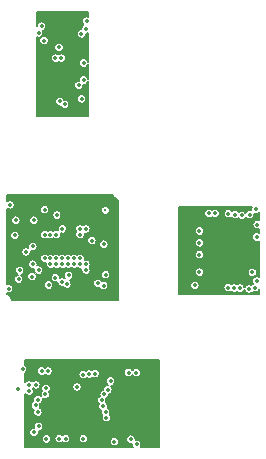
<source format=gbr>
G04 #@! TF.GenerationSoftware,KiCad,Pcbnew,(5.1.0)-1*
G04 #@! TF.CreationDate,2020-01-13T10:06:08-08:00*
G04 #@! TF.ProjectId,Miniscope-v4-Rigid-Flex,4d696e69-7363-46f7-9065-2d76342d5269,rev?*
G04 #@! TF.SameCoordinates,Original*
G04 #@! TF.FileFunction,Copper,L2,Inr*
G04 #@! TF.FilePolarity,Positive*
%FSLAX46Y46*%
G04 Gerber Fmt 4.6, Leading zero omitted, Abs format (unit mm)*
G04 Created by KiCad (PCBNEW (5.1.0)-1) date 2020-01-13 10:06:08*
%MOMM*%
%LPD*%
G04 APERTURE LIST*
%ADD10C,0.350000*%
%ADD11C,0.300000*%
%ADD12C,0.152400*%
G04 APERTURE END LIST*
D10*
X102967800Y-98080200D03*
X102459800Y-100213800D03*
X101824800Y-97191200D03*
X101901000Y-99588200D03*
X104441000Y-98072204D03*
X105380800Y-101225400D03*
X108153200Y-125282200D03*
X109423200Y-124571000D03*
X110042800Y-127500000D03*
X109792800Y-128500000D03*
X101833200Y-129476000D03*
X103805272Y-126232072D03*
X104991600Y-128180600D03*
X115450200Y-115976100D03*
X106854008Y-110111800D03*
X110515400Y-124494800D03*
X117238200Y-110373800D03*
X107268800Y-124573800D03*
X107010200Y-129295400D03*
X101734400Y-114680800D03*
X102234400Y-115180800D03*
X103727105Y-115714263D03*
X101172800Y-127850400D03*
X108153200Y-126171200D03*
X102425200Y-128206000D03*
X106234400Y-115180800D03*
X103729800Y-110162600D03*
X105990400Y-126740800D03*
X103803210Y-116715800D03*
X106041200Y-125597800D03*
X117862700Y-113338600D03*
X116963200Y-116749200D03*
X104736800Y-126948400D03*
X102409000Y-124691400D03*
X99774000Y-111621200D03*
X101729600Y-115758600D03*
X104734400Y-111680800D03*
X101734400Y-114180800D03*
X106234400Y-112180800D03*
X100000000Y-125215199D03*
X118588800Y-112378800D03*
D11*
X104234400Y-111680800D03*
D10*
X115109000Y-110653200D03*
X101323400Y-110300400D03*
X105584175Y-96353175D03*
X105330000Y-94355802D03*
X116154800Y-110378800D03*
X110000000Y-123859988D03*
X115349800Y-112877800D03*
X115349800Y-113877800D03*
X101346000Y-128914400D03*
X100123002Y-115199800D03*
X104017600Y-129450600D03*
X104978200Y-125064400D03*
X107253800Y-112992800D03*
X106512389Y-123949248D03*
X108149400Y-129707400D03*
X120188996Y-112380400D03*
X105734400Y-115180800D03*
X101734400Y-115180800D03*
X101323400Y-110960800D03*
X105234400Y-111680800D03*
X114956600Y-116469800D03*
X103234400Y-112180800D03*
X118919000Y-110551600D03*
X120189000Y-116106199D03*
X119604804Y-110492800D03*
X102734400Y-112180800D03*
X115349800Y-115361998D03*
X107412800Y-115572800D03*
X102734400Y-114180800D03*
X118769390Y-116698400D03*
X120039390Y-116673000D03*
X102234400Y-114180800D03*
X119833400Y-115377600D03*
X100656400Y-113642400D03*
X105380800Y-100675400D03*
X105533200Y-99091800D03*
X103454800Y-96327600D03*
X107818800Y-124573800D03*
X106234400Y-112680800D03*
X100910400Y-125441000D03*
X102237800Y-110066210D03*
X102234400Y-112180800D03*
X116688200Y-110378800D03*
X101234400Y-114680800D03*
X105734400Y-111680800D03*
X107235000Y-116487200D03*
X120112800Y-110035600D03*
X99716600Y-112245400D03*
D11*
X107387400Y-110111800D03*
D10*
X115349800Y-111867190D03*
X100377000Y-123548400D03*
X99799400Y-110960800D03*
X99183200Y-116741200D03*
X109343200Y-123853200D03*
X118360200Y-110475400D03*
X105533200Y-97644000D03*
X105126810Y-99545400D03*
X101977200Y-94533606D03*
X103653600Y-97240200D03*
X102180400Y-95752780D03*
X101723200Y-95092398D03*
X105787200Y-94101800D03*
X101175400Y-115736000D03*
X103734400Y-114680800D03*
X105734400Y-114680800D03*
X103734400Y-111680800D03*
X102358198Y-125199400D03*
X102586800Y-116444400D03*
X103234400Y-114680800D03*
X103145598Y-115826800D03*
X102307400Y-125707400D03*
X103272600Y-110518200D03*
X99310200Y-109654600D03*
X101234400Y-113180800D03*
X105234400Y-112180800D03*
X109542800Y-129500000D03*
X110029000Y-129941200D03*
X103475400Y-129450600D03*
X102383200Y-129476000D03*
X105516200Y-129450600D03*
X101722800Y-128409200D03*
X119533132Y-116770068D03*
X120239800Y-111339000D03*
X102734400Y-114680800D03*
X103153600Y-97240200D03*
X117801400Y-110399200D03*
X102536000Y-123726200D03*
X103234400Y-114180800D03*
X101977200Y-123728999D03*
X103734400Y-114180800D03*
X100046800Y-115953800D03*
X106015800Y-123972200D03*
X104234400Y-114680800D03*
X105507800Y-124023000D03*
X104263192Y-115631600D03*
X107598768Y-125301168D03*
X104234400Y-114180800D03*
X106727000Y-116309400D03*
X107285800Y-125699400D03*
X104734400Y-114680800D03*
X103704402Y-116190400D03*
X101678614Y-126152184D03*
X104734400Y-114180800D03*
X107071800Y-126198400D03*
X105234400Y-114198410D03*
X107412800Y-127198000D03*
X104127250Y-116365400D03*
X107184200Y-126698000D03*
X107477028Y-127667172D03*
X105234400Y-114680800D03*
X101671800Y-127212600D03*
X118284000Y-116698400D03*
X117776000Y-116673004D03*
X101469198Y-126639200D03*
X103526600Y-100899600D03*
X100910400Y-124891000D03*
X105350967Y-95176325D03*
X103933000Y-101153600D03*
X101494600Y-124891000D03*
X105750000Y-94750000D03*
D12*
G36*
X105923800Y-93721528D02*
G01*
X105904926Y-93713710D01*
X105826951Y-93698200D01*
X105747449Y-93698200D01*
X105669474Y-93713710D01*
X105596024Y-93744134D01*
X105529920Y-93788303D01*
X105473703Y-93844520D01*
X105429534Y-93910624D01*
X105399110Y-93984074D01*
X105383600Y-94062049D01*
X105383600Y-94141551D01*
X105399110Y-94219526D01*
X105429534Y-94292976D01*
X105473703Y-94359080D01*
X105527732Y-94413109D01*
X105492720Y-94436503D01*
X105436503Y-94492720D01*
X105392334Y-94558824D01*
X105361910Y-94632274D01*
X105346400Y-94710249D01*
X105346400Y-94772725D01*
X105311216Y-94772725D01*
X105233241Y-94788235D01*
X105159791Y-94818659D01*
X105093687Y-94862828D01*
X105037470Y-94919045D01*
X104993301Y-94985149D01*
X104962877Y-95058599D01*
X104947367Y-95136574D01*
X104947367Y-95216076D01*
X104962877Y-95294051D01*
X104993301Y-95367501D01*
X105037470Y-95433605D01*
X105093687Y-95489822D01*
X105159791Y-95533991D01*
X105233241Y-95564415D01*
X105311216Y-95579925D01*
X105390718Y-95579925D01*
X105468693Y-95564415D01*
X105542143Y-95533991D01*
X105608247Y-95489822D01*
X105664464Y-95433605D01*
X105708633Y-95367501D01*
X105739057Y-95294051D01*
X105754567Y-95216076D01*
X105754567Y-95153600D01*
X105789751Y-95153600D01*
X105867726Y-95138090D01*
X105923800Y-95114863D01*
X105923800Y-97538893D01*
X105921290Y-97526274D01*
X105890866Y-97452824D01*
X105846697Y-97386720D01*
X105790480Y-97330503D01*
X105724376Y-97286334D01*
X105650926Y-97255910D01*
X105572951Y-97240400D01*
X105493449Y-97240400D01*
X105415474Y-97255910D01*
X105342024Y-97286334D01*
X105275920Y-97330503D01*
X105219703Y-97386720D01*
X105175534Y-97452824D01*
X105145110Y-97526274D01*
X105129600Y-97604249D01*
X105129600Y-97683751D01*
X105145110Y-97761726D01*
X105175534Y-97835176D01*
X105219703Y-97901280D01*
X105275920Y-97957497D01*
X105342024Y-98001666D01*
X105415474Y-98032090D01*
X105493449Y-98047600D01*
X105572951Y-98047600D01*
X105650926Y-98032090D01*
X105724376Y-98001666D01*
X105790480Y-97957497D01*
X105846697Y-97901280D01*
X105890866Y-97835176D01*
X105921290Y-97761726D01*
X105923800Y-97749107D01*
X105923800Y-98986693D01*
X105921290Y-98974074D01*
X105890866Y-98900624D01*
X105846697Y-98834520D01*
X105790480Y-98778303D01*
X105724376Y-98734134D01*
X105650926Y-98703710D01*
X105572951Y-98688200D01*
X105493449Y-98688200D01*
X105415474Y-98703710D01*
X105342024Y-98734134D01*
X105275920Y-98778303D01*
X105219703Y-98834520D01*
X105175534Y-98900624D01*
X105145110Y-98974074D01*
X105129600Y-99052049D01*
X105129600Y-99131551D01*
X105131639Y-99141800D01*
X105087059Y-99141800D01*
X105009084Y-99157310D01*
X104935634Y-99187734D01*
X104869530Y-99231903D01*
X104813313Y-99288120D01*
X104769144Y-99354224D01*
X104738720Y-99427674D01*
X104723210Y-99505649D01*
X104723210Y-99585151D01*
X104738720Y-99663126D01*
X104769144Y-99736576D01*
X104813313Y-99802680D01*
X104869530Y-99858897D01*
X104935634Y-99903066D01*
X105009084Y-99933490D01*
X105087059Y-99949000D01*
X105166561Y-99949000D01*
X105244536Y-99933490D01*
X105317986Y-99903066D01*
X105384090Y-99858897D01*
X105440307Y-99802680D01*
X105484476Y-99736576D01*
X105514900Y-99663126D01*
X105530410Y-99585151D01*
X105530410Y-99505649D01*
X105528371Y-99495400D01*
X105572951Y-99495400D01*
X105650926Y-99479890D01*
X105724376Y-99449466D01*
X105790480Y-99405297D01*
X105846697Y-99349080D01*
X105890866Y-99282976D01*
X105921290Y-99209526D01*
X105923800Y-99196907D01*
X105923800Y-102173800D01*
X101576200Y-102173800D01*
X101576200Y-100859849D01*
X103123000Y-100859849D01*
X103123000Y-100939351D01*
X103138510Y-101017326D01*
X103168934Y-101090776D01*
X103213103Y-101156880D01*
X103269320Y-101213097D01*
X103335424Y-101257266D01*
X103408874Y-101287690D01*
X103486849Y-101303200D01*
X103558113Y-101303200D01*
X103575334Y-101344776D01*
X103619503Y-101410880D01*
X103675720Y-101467097D01*
X103741824Y-101511266D01*
X103815274Y-101541690D01*
X103893249Y-101557200D01*
X103972751Y-101557200D01*
X104050726Y-101541690D01*
X104124176Y-101511266D01*
X104190280Y-101467097D01*
X104246497Y-101410880D01*
X104290666Y-101344776D01*
X104321090Y-101271326D01*
X104336600Y-101193351D01*
X104336600Y-101113849D01*
X104321090Y-101035874D01*
X104290666Y-100962424D01*
X104246497Y-100896320D01*
X104190280Y-100840103D01*
X104124176Y-100795934D01*
X104050726Y-100765510D01*
X103972751Y-100750000D01*
X103901487Y-100750000D01*
X103884266Y-100708424D01*
X103840097Y-100642320D01*
X103833426Y-100635649D01*
X104977200Y-100635649D01*
X104977200Y-100715151D01*
X104992710Y-100793126D01*
X105023134Y-100866576D01*
X105067303Y-100932680D01*
X105123520Y-100988897D01*
X105189624Y-101033066D01*
X105263074Y-101063490D01*
X105341049Y-101079000D01*
X105420551Y-101079000D01*
X105498526Y-101063490D01*
X105571976Y-101033066D01*
X105638080Y-100988897D01*
X105694297Y-100932680D01*
X105738466Y-100866576D01*
X105768890Y-100793126D01*
X105784400Y-100715151D01*
X105784400Y-100635649D01*
X105768890Y-100557674D01*
X105738466Y-100484224D01*
X105694297Y-100418120D01*
X105638080Y-100361903D01*
X105571976Y-100317734D01*
X105498526Y-100287310D01*
X105420551Y-100271800D01*
X105341049Y-100271800D01*
X105263074Y-100287310D01*
X105189624Y-100317734D01*
X105123520Y-100361903D01*
X105067303Y-100418120D01*
X105023134Y-100484224D01*
X104992710Y-100557674D01*
X104977200Y-100635649D01*
X103833426Y-100635649D01*
X103783880Y-100586103D01*
X103717776Y-100541934D01*
X103644326Y-100511510D01*
X103566351Y-100496000D01*
X103486849Y-100496000D01*
X103408874Y-100511510D01*
X103335424Y-100541934D01*
X103269320Y-100586103D01*
X103213103Y-100642320D01*
X103168934Y-100708424D01*
X103138510Y-100781874D01*
X103123000Y-100859849D01*
X101576200Y-100859849D01*
X101576200Y-97200449D01*
X102750000Y-97200449D01*
X102750000Y-97279951D01*
X102765510Y-97357926D01*
X102795934Y-97431376D01*
X102840103Y-97497480D01*
X102896320Y-97553697D01*
X102962424Y-97597866D01*
X103035874Y-97628290D01*
X103113849Y-97643800D01*
X103193351Y-97643800D01*
X103271326Y-97628290D01*
X103344776Y-97597866D01*
X103403600Y-97558561D01*
X103462424Y-97597866D01*
X103535874Y-97628290D01*
X103613849Y-97643800D01*
X103693351Y-97643800D01*
X103771326Y-97628290D01*
X103844776Y-97597866D01*
X103910880Y-97553697D01*
X103967097Y-97497480D01*
X104011266Y-97431376D01*
X104041690Y-97357926D01*
X104057200Y-97279951D01*
X104057200Y-97200449D01*
X104041690Y-97122474D01*
X104011266Y-97049024D01*
X103967097Y-96982920D01*
X103910880Y-96926703D01*
X103844776Y-96882534D01*
X103771326Y-96852110D01*
X103693351Y-96836600D01*
X103613849Y-96836600D01*
X103535874Y-96852110D01*
X103462424Y-96882534D01*
X103403600Y-96921839D01*
X103344776Y-96882534D01*
X103271326Y-96852110D01*
X103193351Y-96836600D01*
X103113849Y-96836600D01*
X103035874Y-96852110D01*
X102962424Y-96882534D01*
X102896320Y-96926703D01*
X102840103Y-96982920D01*
X102795934Y-97049024D01*
X102765510Y-97122474D01*
X102750000Y-97200449D01*
X101576200Y-97200449D01*
X101576200Y-96287849D01*
X103051200Y-96287849D01*
X103051200Y-96367351D01*
X103066710Y-96445326D01*
X103097134Y-96518776D01*
X103141303Y-96584880D01*
X103197520Y-96641097D01*
X103263624Y-96685266D01*
X103337074Y-96715690D01*
X103415049Y-96731200D01*
X103494551Y-96731200D01*
X103572526Y-96715690D01*
X103645976Y-96685266D01*
X103712080Y-96641097D01*
X103768297Y-96584880D01*
X103812466Y-96518776D01*
X103842890Y-96445326D01*
X103858400Y-96367351D01*
X103858400Y-96287849D01*
X103842890Y-96209874D01*
X103812466Y-96136424D01*
X103768297Y-96070320D01*
X103712080Y-96014103D01*
X103645976Y-95969934D01*
X103572526Y-95939510D01*
X103494551Y-95924000D01*
X103415049Y-95924000D01*
X103337074Y-95939510D01*
X103263624Y-95969934D01*
X103197520Y-96014103D01*
X103141303Y-96070320D01*
X103097134Y-96136424D01*
X103066710Y-96209874D01*
X103051200Y-96287849D01*
X101576200Y-96287849D01*
X101576200Y-95468362D01*
X101605474Y-95480488D01*
X101683449Y-95495998D01*
X101762951Y-95495998D01*
X101840926Y-95480488D01*
X101910899Y-95451504D01*
X101866903Y-95495500D01*
X101822734Y-95561604D01*
X101792310Y-95635054D01*
X101776800Y-95713029D01*
X101776800Y-95792531D01*
X101792310Y-95870506D01*
X101822734Y-95943956D01*
X101866903Y-96010060D01*
X101923120Y-96066277D01*
X101989224Y-96110446D01*
X102062674Y-96140870D01*
X102140649Y-96156380D01*
X102220151Y-96156380D01*
X102298126Y-96140870D01*
X102371576Y-96110446D01*
X102437680Y-96066277D01*
X102493897Y-96010060D01*
X102538066Y-95943956D01*
X102568490Y-95870506D01*
X102584000Y-95792531D01*
X102584000Y-95713029D01*
X102568490Y-95635054D01*
X102538066Y-95561604D01*
X102493897Y-95495500D01*
X102437680Y-95439283D01*
X102371576Y-95395114D01*
X102298126Y-95364690D01*
X102220151Y-95349180D01*
X102140649Y-95349180D01*
X102062674Y-95364690D01*
X101992701Y-95393674D01*
X102036697Y-95349678D01*
X102080866Y-95283574D01*
X102111290Y-95210124D01*
X102126800Y-95132149D01*
X102126800Y-95052647D01*
X102111290Y-94974672D01*
X102089771Y-94922721D01*
X102094926Y-94921696D01*
X102168376Y-94891272D01*
X102234480Y-94847103D01*
X102290697Y-94790886D01*
X102334866Y-94724782D01*
X102365290Y-94651332D01*
X102380800Y-94573357D01*
X102380800Y-94493855D01*
X102365290Y-94415880D01*
X102334866Y-94342430D01*
X102290697Y-94276326D01*
X102234480Y-94220109D01*
X102168376Y-94175940D01*
X102094926Y-94145516D01*
X102016951Y-94130006D01*
X101937449Y-94130006D01*
X101859474Y-94145516D01*
X101786024Y-94175940D01*
X101719920Y-94220109D01*
X101663703Y-94276326D01*
X101619534Y-94342430D01*
X101589110Y-94415880D01*
X101576200Y-94480784D01*
X101576200Y-93326200D01*
X105923800Y-93326200D01*
X105923800Y-93721528D01*
X105923800Y-93721528D01*
G37*
X105923800Y-93721528D02*
X105904926Y-93713710D01*
X105826951Y-93698200D01*
X105747449Y-93698200D01*
X105669474Y-93713710D01*
X105596024Y-93744134D01*
X105529920Y-93788303D01*
X105473703Y-93844520D01*
X105429534Y-93910624D01*
X105399110Y-93984074D01*
X105383600Y-94062049D01*
X105383600Y-94141551D01*
X105399110Y-94219526D01*
X105429534Y-94292976D01*
X105473703Y-94359080D01*
X105527732Y-94413109D01*
X105492720Y-94436503D01*
X105436503Y-94492720D01*
X105392334Y-94558824D01*
X105361910Y-94632274D01*
X105346400Y-94710249D01*
X105346400Y-94772725D01*
X105311216Y-94772725D01*
X105233241Y-94788235D01*
X105159791Y-94818659D01*
X105093687Y-94862828D01*
X105037470Y-94919045D01*
X104993301Y-94985149D01*
X104962877Y-95058599D01*
X104947367Y-95136574D01*
X104947367Y-95216076D01*
X104962877Y-95294051D01*
X104993301Y-95367501D01*
X105037470Y-95433605D01*
X105093687Y-95489822D01*
X105159791Y-95533991D01*
X105233241Y-95564415D01*
X105311216Y-95579925D01*
X105390718Y-95579925D01*
X105468693Y-95564415D01*
X105542143Y-95533991D01*
X105608247Y-95489822D01*
X105664464Y-95433605D01*
X105708633Y-95367501D01*
X105739057Y-95294051D01*
X105754567Y-95216076D01*
X105754567Y-95153600D01*
X105789751Y-95153600D01*
X105867726Y-95138090D01*
X105923800Y-95114863D01*
X105923800Y-97538893D01*
X105921290Y-97526274D01*
X105890866Y-97452824D01*
X105846697Y-97386720D01*
X105790480Y-97330503D01*
X105724376Y-97286334D01*
X105650926Y-97255910D01*
X105572951Y-97240400D01*
X105493449Y-97240400D01*
X105415474Y-97255910D01*
X105342024Y-97286334D01*
X105275920Y-97330503D01*
X105219703Y-97386720D01*
X105175534Y-97452824D01*
X105145110Y-97526274D01*
X105129600Y-97604249D01*
X105129600Y-97683751D01*
X105145110Y-97761726D01*
X105175534Y-97835176D01*
X105219703Y-97901280D01*
X105275920Y-97957497D01*
X105342024Y-98001666D01*
X105415474Y-98032090D01*
X105493449Y-98047600D01*
X105572951Y-98047600D01*
X105650926Y-98032090D01*
X105724376Y-98001666D01*
X105790480Y-97957497D01*
X105846697Y-97901280D01*
X105890866Y-97835176D01*
X105921290Y-97761726D01*
X105923800Y-97749107D01*
X105923800Y-98986693D01*
X105921290Y-98974074D01*
X105890866Y-98900624D01*
X105846697Y-98834520D01*
X105790480Y-98778303D01*
X105724376Y-98734134D01*
X105650926Y-98703710D01*
X105572951Y-98688200D01*
X105493449Y-98688200D01*
X105415474Y-98703710D01*
X105342024Y-98734134D01*
X105275920Y-98778303D01*
X105219703Y-98834520D01*
X105175534Y-98900624D01*
X105145110Y-98974074D01*
X105129600Y-99052049D01*
X105129600Y-99131551D01*
X105131639Y-99141800D01*
X105087059Y-99141800D01*
X105009084Y-99157310D01*
X104935634Y-99187734D01*
X104869530Y-99231903D01*
X104813313Y-99288120D01*
X104769144Y-99354224D01*
X104738720Y-99427674D01*
X104723210Y-99505649D01*
X104723210Y-99585151D01*
X104738720Y-99663126D01*
X104769144Y-99736576D01*
X104813313Y-99802680D01*
X104869530Y-99858897D01*
X104935634Y-99903066D01*
X105009084Y-99933490D01*
X105087059Y-99949000D01*
X105166561Y-99949000D01*
X105244536Y-99933490D01*
X105317986Y-99903066D01*
X105384090Y-99858897D01*
X105440307Y-99802680D01*
X105484476Y-99736576D01*
X105514900Y-99663126D01*
X105530410Y-99585151D01*
X105530410Y-99505649D01*
X105528371Y-99495400D01*
X105572951Y-99495400D01*
X105650926Y-99479890D01*
X105724376Y-99449466D01*
X105790480Y-99405297D01*
X105846697Y-99349080D01*
X105890866Y-99282976D01*
X105921290Y-99209526D01*
X105923800Y-99196907D01*
X105923800Y-102173800D01*
X101576200Y-102173800D01*
X101576200Y-100859849D01*
X103123000Y-100859849D01*
X103123000Y-100939351D01*
X103138510Y-101017326D01*
X103168934Y-101090776D01*
X103213103Y-101156880D01*
X103269320Y-101213097D01*
X103335424Y-101257266D01*
X103408874Y-101287690D01*
X103486849Y-101303200D01*
X103558113Y-101303200D01*
X103575334Y-101344776D01*
X103619503Y-101410880D01*
X103675720Y-101467097D01*
X103741824Y-101511266D01*
X103815274Y-101541690D01*
X103893249Y-101557200D01*
X103972751Y-101557200D01*
X104050726Y-101541690D01*
X104124176Y-101511266D01*
X104190280Y-101467097D01*
X104246497Y-101410880D01*
X104290666Y-101344776D01*
X104321090Y-101271326D01*
X104336600Y-101193351D01*
X104336600Y-101113849D01*
X104321090Y-101035874D01*
X104290666Y-100962424D01*
X104246497Y-100896320D01*
X104190280Y-100840103D01*
X104124176Y-100795934D01*
X104050726Y-100765510D01*
X103972751Y-100750000D01*
X103901487Y-100750000D01*
X103884266Y-100708424D01*
X103840097Y-100642320D01*
X103833426Y-100635649D01*
X104977200Y-100635649D01*
X104977200Y-100715151D01*
X104992710Y-100793126D01*
X105023134Y-100866576D01*
X105067303Y-100932680D01*
X105123520Y-100988897D01*
X105189624Y-101033066D01*
X105263074Y-101063490D01*
X105341049Y-101079000D01*
X105420551Y-101079000D01*
X105498526Y-101063490D01*
X105571976Y-101033066D01*
X105638080Y-100988897D01*
X105694297Y-100932680D01*
X105738466Y-100866576D01*
X105768890Y-100793126D01*
X105784400Y-100715151D01*
X105784400Y-100635649D01*
X105768890Y-100557674D01*
X105738466Y-100484224D01*
X105694297Y-100418120D01*
X105638080Y-100361903D01*
X105571976Y-100317734D01*
X105498526Y-100287310D01*
X105420551Y-100271800D01*
X105341049Y-100271800D01*
X105263074Y-100287310D01*
X105189624Y-100317734D01*
X105123520Y-100361903D01*
X105067303Y-100418120D01*
X105023134Y-100484224D01*
X104992710Y-100557674D01*
X104977200Y-100635649D01*
X103833426Y-100635649D01*
X103783880Y-100586103D01*
X103717776Y-100541934D01*
X103644326Y-100511510D01*
X103566351Y-100496000D01*
X103486849Y-100496000D01*
X103408874Y-100511510D01*
X103335424Y-100541934D01*
X103269320Y-100586103D01*
X103213103Y-100642320D01*
X103168934Y-100708424D01*
X103138510Y-100781874D01*
X103123000Y-100859849D01*
X101576200Y-100859849D01*
X101576200Y-97200449D01*
X102750000Y-97200449D01*
X102750000Y-97279951D01*
X102765510Y-97357926D01*
X102795934Y-97431376D01*
X102840103Y-97497480D01*
X102896320Y-97553697D01*
X102962424Y-97597866D01*
X103035874Y-97628290D01*
X103113849Y-97643800D01*
X103193351Y-97643800D01*
X103271326Y-97628290D01*
X103344776Y-97597866D01*
X103403600Y-97558561D01*
X103462424Y-97597866D01*
X103535874Y-97628290D01*
X103613849Y-97643800D01*
X103693351Y-97643800D01*
X103771326Y-97628290D01*
X103844776Y-97597866D01*
X103910880Y-97553697D01*
X103967097Y-97497480D01*
X104011266Y-97431376D01*
X104041690Y-97357926D01*
X104057200Y-97279951D01*
X104057200Y-97200449D01*
X104041690Y-97122474D01*
X104011266Y-97049024D01*
X103967097Y-96982920D01*
X103910880Y-96926703D01*
X103844776Y-96882534D01*
X103771326Y-96852110D01*
X103693351Y-96836600D01*
X103613849Y-96836600D01*
X103535874Y-96852110D01*
X103462424Y-96882534D01*
X103403600Y-96921839D01*
X103344776Y-96882534D01*
X103271326Y-96852110D01*
X103193351Y-96836600D01*
X103113849Y-96836600D01*
X103035874Y-96852110D01*
X102962424Y-96882534D01*
X102896320Y-96926703D01*
X102840103Y-96982920D01*
X102795934Y-97049024D01*
X102765510Y-97122474D01*
X102750000Y-97200449D01*
X101576200Y-97200449D01*
X101576200Y-96287849D01*
X103051200Y-96287849D01*
X103051200Y-96367351D01*
X103066710Y-96445326D01*
X103097134Y-96518776D01*
X103141303Y-96584880D01*
X103197520Y-96641097D01*
X103263624Y-96685266D01*
X103337074Y-96715690D01*
X103415049Y-96731200D01*
X103494551Y-96731200D01*
X103572526Y-96715690D01*
X103645976Y-96685266D01*
X103712080Y-96641097D01*
X103768297Y-96584880D01*
X103812466Y-96518776D01*
X103842890Y-96445326D01*
X103858400Y-96367351D01*
X103858400Y-96287849D01*
X103842890Y-96209874D01*
X103812466Y-96136424D01*
X103768297Y-96070320D01*
X103712080Y-96014103D01*
X103645976Y-95969934D01*
X103572526Y-95939510D01*
X103494551Y-95924000D01*
X103415049Y-95924000D01*
X103337074Y-95939510D01*
X103263624Y-95969934D01*
X103197520Y-96014103D01*
X103141303Y-96070320D01*
X103097134Y-96136424D01*
X103066710Y-96209874D01*
X103051200Y-96287849D01*
X101576200Y-96287849D01*
X101576200Y-95468362D01*
X101605474Y-95480488D01*
X101683449Y-95495998D01*
X101762951Y-95495998D01*
X101840926Y-95480488D01*
X101910899Y-95451504D01*
X101866903Y-95495500D01*
X101822734Y-95561604D01*
X101792310Y-95635054D01*
X101776800Y-95713029D01*
X101776800Y-95792531D01*
X101792310Y-95870506D01*
X101822734Y-95943956D01*
X101866903Y-96010060D01*
X101923120Y-96066277D01*
X101989224Y-96110446D01*
X102062674Y-96140870D01*
X102140649Y-96156380D01*
X102220151Y-96156380D01*
X102298126Y-96140870D01*
X102371576Y-96110446D01*
X102437680Y-96066277D01*
X102493897Y-96010060D01*
X102538066Y-95943956D01*
X102568490Y-95870506D01*
X102584000Y-95792531D01*
X102584000Y-95713029D01*
X102568490Y-95635054D01*
X102538066Y-95561604D01*
X102493897Y-95495500D01*
X102437680Y-95439283D01*
X102371576Y-95395114D01*
X102298126Y-95364690D01*
X102220151Y-95349180D01*
X102140649Y-95349180D01*
X102062674Y-95364690D01*
X101992701Y-95393674D01*
X102036697Y-95349678D01*
X102080866Y-95283574D01*
X102111290Y-95210124D01*
X102126800Y-95132149D01*
X102126800Y-95052647D01*
X102111290Y-94974672D01*
X102089771Y-94922721D01*
X102094926Y-94921696D01*
X102168376Y-94891272D01*
X102234480Y-94847103D01*
X102290697Y-94790886D01*
X102334866Y-94724782D01*
X102365290Y-94651332D01*
X102380800Y-94573357D01*
X102380800Y-94493855D01*
X102365290Y-94415880D01*
X102334866Y-94342430D01*
X102290697Y-94276326D01*
X102234480Y-94220109D01*
X102168376Y-94175940D01*
X102094926Y-94145516D01*
X102016951Y-94130006D01*
X101937449Y-94130006D01*
X101859474Y-94145516D01*
X101786024Y-94175940D01*
X101719920Y-94220109D01*
X101663703Y-94276326D01*
X101619534Y-94342430D01*
X101589110Y-94415880D01*
X101576200Y-94480784D01*
X101576200Y-93326200D01*
X105923800Y-93326200D01*
X105923800Y-93721528D01*
G36*
X119755134Y-109844424D02*
G01*
X119724710Y-109917874D01*
X119709200Y-109995849D01*
X119709200Y-110075351D01*
X119714731Y-110103159D01*
X119644555Y-110089200D01*
X119565053Y-110089200D01*
X119487078Y-110104710D01*
X119413628Y-110135134D01*
X119347524Y-110179303D01*
X119291307Y-110235520D01*
X119247138Y-110301624D01*
X119243403Y-110310642D01*
X119232497Y-110294320D01*
X119176280Y-110238103D01*
X119110176Y-110193934D01*
X119036726Y-110163510D01*
X118958751Y-110148000D01*
X118879249Y-110148000D01*
X118801274Y-110163510D01*
X118727824Y-110193934D01*
X118679231Y-110226402D01*
X118673697Y-110218120D01*
X118617480Y-110161903D01*
X118551376Y-110117734D01*
X118477926Y-110087310D01*
X118399951Y-110071800D01*
X118320449Y-110071800D01*
X118242474Y-110087310D01*
X118169024Y-110117734D01*
X118120431Y-110150202D01*
X118114897Y-110141920D01*
X118058680Y-110085703D01*
X117992576Y-110041534D01*
X117919126Y-110011110D01*
X117841151Y-109995600D01*
X117761649Y-109995600D01*
X117683674Y-110011110D01*
X117610224Y-110041534D01*
X117544120Y-110085703D01*
X117487903Y-110141920D01*
X117443734Y-110208024D01*
X117413310Y-110281474D01*
X117397800Y-110359449D01*
X117397800Y-110438951D01*
X117413310Y-110516926D01*
X117443734Y-110590376D01*
X117487903Y-110656480D01*
X117544120Y-110712697D01*
X117610224Y-110756866D01*
X117683674Y-110787290D01*
X117761649Y-110802800D01*
X117841151Y-110802800D01*
X117919126Y-110787290D01*
X117992576Y-110756866D01*
X118041169Y-110724398D01*
X118046703Y-110732680D01*
X118102920Y-110788897D01*
X118169024Y-110833066D01*
X118242474Y-110863490D01*
X118320449Y-110879000D01*
X118399951Y-110879000D01*
X118477926Y-110863490D01*
X118551376Y-110833066D01*
X118599969Y-110800598D01*
X118605503Y-110808880D01*
X118661720Y-110865097D01*
X118727824Y-110909266D01*
X118801274Y-110939690D01*
X118879249Y-110955200D01*
X118958751Y-110955200D01*
X119036726Y-110939690D01*
X119110176Y-110909266D01*
X119176280Y-110865097D01*
X119232497Y-110808880D01*
X119276666Y-110742776D01*
X119280401Y-110733758D01*
X119291307Y-110750080D01*
X119347524Y-110806297D01*
X119413628Y-110850466D01*
X119487078Y-110880890D01*
X119565053Y-110896400D01*
X119644555Y-110896400D01*
X119722530Y-110880890D01*
X119795980Y-110850466D01*
X119862084Y-110806297D01*
X119918301Y-110750080D01*
X119962470Y-110683976D01*
X119992894Y-110610526D01*
X120008404Y-110532551D01*
X120008404Y-110453049D01*
X120002873Y-110425241D01*
X120073049Y-110439200D01*
X120152551Y-110439200D01*
X120230526Y-110423690D01*
X120303976Y-110393266D01*
X120370080Y-110349097D01*
X120423800Y-110295377D01*
X120423800Y-110978362D01*
X120357526Y-110950910D01*
X120279551Y-110935400D01*
X120200049Y-110935400D01*
X120122074Y-110950910D01*
X120048624Y-110981334D01*
X119982520Y-111025503D01*
X119926303Y-111081720D01*
X119882134Y-111147824D01*
X119851710Y-111221274D01*
X119836200Y-111299249D01*
X119836200Y-111378751D01*
X119851710Y-111456726D01*
X119882134Y-111530176D01*
X119926303Y-111596280D01*
X119982520Y-111652497D01*
X120048624Y-111696666D01*
X120122074Y-111727090D01*
X120200049Y-111742600D01*
X120279551Y-111742600D01*
X120357526Y-111727090D01*
X120423800Y-111699638D01*
X120423800Y-112051885D01*
X120380172Y-112022734D01*
X120306722Y-111992310D01*
X120228747Y-111976800D01*
X120149245Y-111976800D01*
X120071270Y-111992310D01*
X119997820Y-112022734D01*
X119931716Y-112066903D01*
X119875499Y-112123120D01*
X119831330Y-112189224D01*
X119800906Y-112262674D01*
X119785396Y-112340649D01*
X119785396Y-112420151D01*
X119800906Y-112498126D01*
X119831330Y-112571576D01*
X119875499Y-112637680D01*
X119931716Y-112693897D01*
X119997820Y-112738066D01*
X120071270Y-112768490D01*
X120149245Y-112784000D01*
X120228747Y-112784000D01*
X120306722Y-112768490D01*
X120380172Y-112738066D01*
X120423800Y-112708915D01*
X120423800Y-115777681D01*
X120380176Y-115748533D01*
X120306726Y-115718109D01*
X120228751Y-115702599D01*
X120149249Y-115702599D01*
X120071274Y-115718109D01*
X119997824Y-115748533D01*
X119931720Y-115792702D01*
X119875503Y-115848919D01*
X119831334Y-115915023D01*
X119800910Y-115988473D01*
X119785400Y-116066448D01*
X119785400Y-116145950D01*
X119800910Y-116223925D01*
X119831334Y-116297375D01*
X119844840Y-116317588D01*
X119782110Y-116359503D01*
X119727247Y-116414366D01*
X119724308Y-116412402D01*
X119650858Y-116381978D01*
X119572883Y-116366468D01*
X119493381Y-116366468D01*
X119415406Y-116381978D01*
X119341956Y-116412402D01*
X119275852Y-116456571D01*
X119219635Y-116512788D01*
X119175466Y-116578892D01*
X119163076Y-116608805D01*
X119157480Y-116580674D01*
X119127056Y-116507224D01*
X119082887Y-116441120D01*
X119026670Y-116384903D01*
X118960566Y-116340734D01*
X118887116Y-116310310D01*
X118809141Y-116294800D01*
X118729639Y-116294800D01*
X118651664Y-116310310D01*
X118578214Y-116340734D01*
X118526695Y-116375158D01*
X118475176Y-116340734D01*
X118401726Y-116310310D01*
X118323751Y-116294800D01*
X118244249Y-116294800D01*
X118166274Y-116310310D01*
X118092824Y-116340734D01*
X118045876Y-116372103D01*
X118033280Y-116359507D01*
X117967176Y-116315338D01*
X117893726Y-116284914D01*
X117815751Y-116269404D01*
X117736249Y-116269404D01*
X117658274Y-116284914D01*
X117584824Y-116315338D01*
X117518720Y-116359507D01*
X117462503Y-116415724D01*
X117418334Y-116481828D01*
X117387910Y-116555278D01*
X117372400Y-116633253D01*
X117372400Y-116712755D01*
X117387910Y-116790730D01*
X117418334Y-116864180D01*
X117462503Y-116930284D01*
X117518720Y-116986501D01*
X117584824Y-117030670D01*
X117658274Y-117061094D01*
X117736249Y-117076604D01*
X117815751Y-117076604D01*
X117893726Y-117061094D01*
X117967176Y-117030670D01*
X118014124Y-116999301D01*
X118026720Y-117011897D01*
X118092824Y-117056066D01*
X118166274Y-117086490D01*
X118244249Y-117102000D01*
X118323751Y-117102000D01*
X118401726Y-117086490D01*
X118475176Y-117056066D01*
X118526695Y-117021642D01*
X118578214Y-117056066D01*
X118651664Y-117086490D01*
X118729639Y-117102000D01*
X118809141Y-117102000D01*
X118887116Y-117086490D01*
X118960566Y-117056066D01*
X119026670Y-117011897D01*
X119082887Y-116955680D01*
X119127056Y-116889576D01*
X119139446Y-116859663D01*
X119145042Y-116887794D01*
X119175466Y-116961244D01*
X119219635Y-117027348D01*
X119275852Y-117083565D01*
X119341956Y-117127734D01*
X119415406Y-117158158D01*
X119493381Y-117173668D01*
X119572883Y-117173668D01*
X119650858Y-117158158D01*
X119724308Y-117127734D01*
X119790412Y-117083565D01*
X119845275Y-117028702D01*
X119848214Y-117030666D01*
X119921664Y-117061090D01*
X119999639Y-117076600D01*
X120079141Y-117076600D01*
X120157116Y-117061090D01*
X120230566Y-117030666D01*
X120296670Y-116986497D01*
X120352887Y-116930280D01*
X120397056Y-116864176D01*
X120423800Y-116799610D01*
X120423800Y-117173800D01*
X113576200Y-117173800D01*
X113576200Y-116430049D01*
X114553000Y-116430049D01*
X114553000Y-116509551D01*
X114568510Y-116587526D01*
X114598934Y-116660976D01*
X114643103Y-116727080D01*
X114699320Y-116783297D01*
X114765424Y-116827466D01*
X114838874Y-116857890D01*
X114916849Y-116873400D01*
X114996351Y-116873400D01*
X115074326Y-116857890D01*
X115147776Y-116827466D01*
X115213880Y-116783297D01*
X115270097Y-116727080D01*
X115314266Y-116660976D01*
X115344690Y-116587526D01*
X115360200Y-116509551D01*
X115360200Y-116430049D01*
X115344690Y-116352074D01*
X115314266Y-116278624D01*
X115270097Y-116212520D01*
X115213880Y-116156303D01*
X115147776Y-116112134D01*
X115074326Y-116081710D01*
X114996351Y-116066200D01*
X114916849Y-116066200D01*
X114838874Y-116081710D01*
X114765424Y-116112134D01*
X114699320Y-116156303D01*
X114643103Y-116212520D01*
X114598934Y-116278624D01*
X114568510Y-116352074D01*
X114553000Y-116430049D01*
X113576200Y-116430049D01*
X113576200Y-115322247D01*
X114946200Y-115322247D01*
X114946200Y-115401749D01*
X114961710Y-115479724D01*
X114992134Y-115553174D01*
X115036303Y-115619278D01*
X115092520Y-115675495D01*
X115158624Y-115719664D01*
X115232074Y-115750088D01*
X115310049Y-115765598D01*
X115389551Y-115765598D01*
X115467526Y-115750088D01*
X115540976Y-115719664D01*
X115607080Y-115675495D01*
X115663297Y-115619278D01*
X115707466Y-115553174D01*
X115737890Y-115479724D01*
X115753400Y-115401749D01*
X115753400Y-115337849D01*
X119429800Y-115337849D01*
X119429800Y-115417351D01*
X119445310Y-115495326D01*
X119475734Y-115568776D01*
X119519903Y-115634880D01*
X119576120Y-115691097D01*
X119642224Y-115735266D01*
X119715674Y-115765690D01*
X119793649Y-115781200D01*
X119873151Y-115781200D01*
X119951126Y-115765690D01*
X120024576Y-115735266D01*
X120090680Y-115691097D01*
X120146897Y-115634880D01*
X120191066Y-115568776D01*
X120221490Y-115495326D01*
X120237000Y-115417351D01*
X120237000Y-115337849D01*
X120221490Y-115259874D01*
X120191066Y-115186424D01*
X120146897Y-115120320D01*
X120090680Y-115064103D01*
X120024576Y-115019934D01*
X119951126Y-114989510D01*
X119873151Y-114974000D01*
X119793649Y-114974000D01*
X119715674Y-114989510D01*
X119642224Y-115019934D01*
X119576120Y-115064103D01*
X119519903Y-115120320D01*
X119475734Y-115186424D01*
X119445310Y-115259874D01*
X119429800Y-115337849D01*
X115753400Y-115337849D01*
X115753400Y-115322247D01*
X115737890Y-115244272D01*
X115707466Y-115170822D01*
X115663297Y-115104718D01*
X115607080Y-115048501D01*
X115540976Y-115004332D01*
X115467526Y-114973908D01*
X115389551Y-114958398D01*
X115310049Y-114958398D01*
X115232074Y-114973908D01*
X115158624Y-115004332D01*
X115092520Y-115048501D01*
X115036303Y-115104718D01*
X114992134Y-115170822D01*
X114961710Y-115244272D01*
X114946200Y-115322247D01*
X113576200Y-115322247D01*
X113576200Y-113838049D01*
X114946200Y-113838049D01*
X114946200Y-113917551D01*
X114961710Y-113995526D01*
X114992134Y-114068976D01*
X115036303Y-114135080D01*
X115092520Y-114191297D01*
X115158624Y-114235466D01*
X115232074Y-114265890D01*
X115310049Y-114281400D01*
X115389551Y-114281400D01*
X115467526Y-114265890D01*
X115540976Y-114235466D01*
X115607080Y-114191297D01*
X115663297Y-114135080D01*
X115707466Y-114068976D01*
X115737890Y-113995526D01*
X115753400Y-113917551D01*
X115753400Y-113838049D01*
X115737890Y-113760074D01*
X115707466Y-113686624D01*
X115663297Y-113620520D01*
X115607080Y-113564303D01*
X115540976Y-113520134D01*
X115467526Y-113489710D01*
X115389551Y-113474200D01*
X115310049Y-113474200D01*
X115232074Y-113489710D01*
X115158624Y-113520134D01*
X115092520Y-113564303D01*
X115036303Y-113620520D01*
X114992134Y-113686624D01*
X114961710Y-113760074D01*
X114946200Y-113838049D01*
X113576200Y-113838049D01*
X113576200Y-112838049D01*
X114946200Y-112838049D01*
X114946200Y-112917551D01*
X114961710Y-112995526D01*
X114992134Y-113068976D01*
X115036303Y-113135080D01*
X115092520Y-113191297D01*
X115158624Y-113235466D01*
X115232074Y-113265890D01*
X115310049Y-113281400D01*
X115389551Y-113281400D01*
X115467526Y-113265890D01*
X115540976Y-113235466D01*
X115607080Y-113191297D01*
X115663297Y-113135080D01*
X115707466Y-113068976D01*
X115737890Y-112995526D01*
X115753400Y-112917551D01*
X115753400Y-112838049D01*
X115737890Y-112760074D01*
X115707466Y-112686624D01*
X115663297Y-112620520D01*
X115607080Y-112564303D01*
X115540976Y-112520134D01*
X115467526Y-112489710D01*
X115389551Y-112474200D01*
X115310049Y-112474200D01*
X115232074Y-112489710D01*
X115158624Y-112520134D01*
X115092520Y-112564303D01*
X115036303Y-112620520D01*
X114992134Y-112686624D01*
X114961710Y-112760074D01*
X114946200Y-112838049D01*
X113576200Y-112838049D01*
X113576200Y-111827439D01*
X114946200Y-111827439D01*
X114946200Y-111906941D01*
X114961710Y-111984916D01*
X114992134Y-112058366D01*
X115036303Y-112124470D01*
X115092520Y-112180687D01*
X115158624Y-112224856D01*
X115232074Y-112255280D01*
X115310049Y-112270790D01*
X115389551Y-112270790D01*
X115467526Y-112255280D01*
X115540976Y-112224856D01*
X115607080Y-112180687D01*
X115663297Y-112124470D01*
X115707466Y-112058366D01*
X115737890Y-111984916D01*
X115753400Y-111906941D01*
X115753400Y-111827439D01*
X115737890Y-111749464D01*
X115707466Y-111676014D01*
X115663297Y-111609910D01*
X115607080Y-111553693D01*
X115540976Y-111509524D01*
X115467526Y-111479100D01*
X115389551Y-111463590D01*
X115310049Y-111463590D01*
X115232074Y-111479100D01*
X115158624Y-111509524D01*
X115092520Y-111553693D01*
X115036303Y-111609910D01*
X114992134Y-111676014D01*
X114961710Y-111749464D01*
X114946200Y-111827439D01*
X113576200Y-111827439D01*
X113576200Y-110339049D01*
X115751200Y-110339049D01*
X115751200Y-110418551D01*
X115766710Y-110496526D01*
X115797134Y-110569976D01*
X115841303Y-110636080D01*
X115897520Y-110692297D01*
X115963624Y-110736466D01*
X116037074Y-110766890D01*
X116115049Y-110782400D01*
X116194551Y-110782400D01*
X116272526Y-110766890D01*
X116345976Y-110736466D01*
X116412080Y-110692297D01*
X116421500Y-110682877D01*
X116430920Y-110692297D01*
X116497024Y-110736466D01*
X116570474Y-110766890D01*
X116648449Y-110782400D01*
X116727951Y-110782400D01*
X116805926Y-110766890D01*
X116879376Y-110736466D01*
X116945480Y-110692297D01*
X117001697Y-110636080D01*
X117045866Y-110569976D01*
X117076290Y-110496526D01*
X117091800Y-110418551D01*
X117091800Y-110339049D01*
X117076290Y-110261074D01*
X117045866Y-110187624D01*
X117001697Y-110121520D01*
X116945480Y-110065303D01*
X116879376Y-110021134D01*
X116805926Y-109990710D01*
X116727951Y-109975200D01*
X116648449Y-109975200D01*
X116570474Y-109990710D01*
X116497024Y-110021134D01*
X116430920Y-110065303D01*
X116421500Y-110074723D01*
X116412080Y-110065303D01*
X116345976Y-110021134D01*
X116272526Y-109990710D01*
X116194551Y-109975200D01*
X116115049Y-109975200D01*
X116037074Y-109990710D01*
X115963624Y-110021134D01*
X115897520Y-110065303D01*
X115841303Y-110121520D01*
X115797134Y-110187624D01*
X115766710Y-110261074D01*
X115751200Y-110339049D01*
X113576200Y-110339049D01*
X113576200Y-109826200D01*
X119767311Y-109826200D01*
X119755134Y-109844424D01*
X119755134Y-109844424D01*
G37*
X119755134Y-109844424D02*
X119724710Y-109917874D01*
X119709200Y-109995849D01*
X119709200Y-110075351D01*
X119714731Y-110103159D01*
X119644555Y-110089200D01*
X119565053Y-110089200D01*
X119487078Y-110104710D01*
X119413628Y-110135134D01*
X119347524Y-110179303D01*
X119291307Y-110235520D01*
X119247138Y-110301624D01*
X119243403Y-110310642D01*
X119232497Y-110294320D01*
X119176280Y-110238103D01*
X119110176Y-110193934D01*
X119036726Y-110163510D01*
X118958751Y-110148000D01*
X118879249Y-110148000D01*
X118801274Y-110163510D01*
X118727824Y-110193934D01*
X118679231Y-110226402D01*
X118673697Y-110218120D01*
X118617480Y-110161903D01*
X118551376Y-110117734D01*
X118477926Y-110087310D01*
X118399951Y-110071800D01*
X118320449Y-110071800D01*
X118242474Y-110087310D01*
X118169024Y-110117734D01*
X118120431Y-110150202D01*
X118114897Y-110141920D01*
X118058680Y-110085703D01*
X117992576Y-110041534D01*
X117919126Y-110011110D01*
X117841151Y-109995600D01*
X117761649Y-109995600D01*
X117683674Y-110011110D01*
X117610224Y-110041534D01*
X117544120Y-110085703D01*
X117487903Y-110141920D01*
X117443734Y-110208024D01*
X117413310Y-110281474D01*
X117397800Y-110359449D01*
X117397800Y-110438951D01*
X117413310Y-110516926D01*
X117443734Y-110590376D01*
X117487903Y-110656480D01*
X117544120Y-110712697D01*
X117610224Y-110756866D01*
X117683674Y-110787290D01*
X117761649Y-110802800D01*
X117841151Y-110802800D01*
X117919126Y-110787290D01*
X117992576Y-110756866D01*
X118041169Y-110724398D01*
X118046703Y-110732680D01*
X118102920Y-110788897D01*
X118169024Y-110833066D01*
X118242474Y-110863490D01*
X118320449Y-110879000D01*
X118399951Y-110879000D01*
X118477926Y-110863490D01*
X118551376Y-110833066D01*
X118599969Y-110800598D01*
X118605503Y-110808880D01*
X118661720Y-110865097D01*
X118727824Y-110909266D01*
X118801274Y-110939690D01*
X118879249Y-110955200D01*
X118958751Y-110955200D01*
X119036726Y-110939690D01*
X119110176Y-110909266D01*
X119176280Y-110865097D01*
X119232497Y-110808880D01*
X119276666Y-110742776D01*
X119280401Y-110733758D01*
X119291307Y-110750080D01*
X119347524Y-110806297D01*
X119413628Y-110850466D01*
X119487078Y-110880890D01*
X119565053Y-110896400D01*
X119644555Y-110896400D01*
X119722530Y-110880890D01*
X119795980Y-110850466D01*
X119862084Y-110806297D01*
X119918301Y-110750080D01*
X119962470Y-110683976D01*
X119992894Y-110610526D01*
X120008404Y-110532551D01*
X120008404Y-110453049D01*
X120002873Y-110425241D01*
X120073049Y-110439200D01*
X120152551Y-110439200D01*
X120230526Y-110423690D01*
X120303976Y-110393266D01*
X120370080Y-110349097D01*
X120423800Y-110295377D01*
X120423800Y-110978362D01*
X120357526Y-110950910D01*
X120279551Y-110935400D01*
X120200049Y-110935400D01*
X120122074Y-110950910D01*
X120048624Y-110981334D01*
X119982520Y-111025503D01*
X119926303Y-111081720D01*
X119882134Y-111147824D01*
X119851710Y-111221274D01*
X119836200Y-111299249D01*
X119836200Y-111378751D01*
X119851710Y-111456726D01*
X119882134Y-111530176D01*
X119926303Y-111596280D01*
X119982520Y-111652497D01*
X120048624Y-111696666D01*
X120122074Y-111727090D01*
X120200049Y-111742600D01*
X120279551Y-111742600D01*
X120357526Y-111727090D01*
X120423800Y-111699638D01*
X120423800Y-112051885D01*
X120380172Y-112022734D01*
X120306722Y-111992310D01*
X120228747Y-111976800D01*
X120149245Y-111976800D01*
X120071270Y-111992310D01*
X119997820Y-112022734D01*
X119931716Y-112066903D01*
X119875499Y-112123120D01*
X119831330Y-112189224D01*
X119800906Y-112262674D01*
X119785396Y-112340649D01*
X119785396Y-112420151D01*
X119800906Y-112498126D01*
X119831330Y-112571576D01*
X119875499Y-112637680D01*
X119931716Y-112693897D01*
X119997820Y-112738066D01*
X120071270Y-112768490D01*
X120149245Y-112784000D01*
X120228747Y-112784000D01*
X120306722Y-112768490D01*
X120380172Y-112738066D01*
X120423800Y-112708915D01*
X120423800Y-115777681D01*
X120380176Y-115748533D01*
X120306726Y-115718109D01*
X120228751Y-115702599D01*
X120149249Y-115702599D01*
X120071274Y-115718109D01*
X119997824Y-115748533D01*
X119931720Y-115792702D01*
X119875503Y-115848919D01*
X119831334Y-115915023D01*
X119800910Y-115988473D01*
X119785400Y-116066448D01*
X119785400Y-116145950D01*
X119800910Y-116223925D01*
X119831334Y-116297375D01*
X119844840Y-116317588D01*
X119782110Y-116359503D01*
X119727247Y-116414366D01*
X119724308Y-116412402D01*
X119650858Y-116381978D01*
X119572883Y-116366468D01*
X119493381Y-116366468D01*
X119415406Y-116381978D01*
X119341956Y-116412402D01*
X119275852Y-116456571D01*
X119219635Y-116512788D01*
X119175466Y-116578892D01*
X119163076Y-116608805D01*
X119157480Y-116580674D01*
X119127056Y-116507224D01*
X119082887Y-116441120D01*
X119026670Y-116384903D01*
X118960566Y-116340734D01*
X118887116Y-116310310D01*
X118809141Y-116294800D01*
X118729639Y-116294800D01*
X118651664Y-116310310D01*
X118578214Y-116340734D01*
X118526695Y-116375158D01*
X118475176Y-116340734D01*
X118401726Y-116310310D01*
X118323751Y-116294800D01*
X118244249Y-116294800D01*
X118166274Y-116310310D01*
X118092824Y-116340734D01*
X118045876Y-116372103D01*
X118033280Y-116359507D01*
X117967176Y-116315338D01*
X117893726Y-116284914D01*
X117815751Y-116269404D01*
X117736249Y-116269404D01*
X117658274Y-116284914D01*
X117584824Y-116315338D01*
X117518720Y-116359507D01*
X117462503Y-116415724D01*
X117418334Y-116481828D01*
X117387910Y-116555278D01*
X117372400Y-116633253D01*
X117372400Y-116712755D01*
X117387910Y-116790730D01*
X117418334Y-116864180D01*
X117462503Y-116930284D01*
X117518720Y-116986501D01*
X117584824Y-117030670D01*
X117658274Y-117061094D01*
X117736249Y-117076604D01*
X117815751Y-117076604D01*
X117893726Y-117061094D01*
X117967176Y-117030670D01*
X118014124Y-116999301D01*
X118026720Y-117011897D01*
X118092824Y-117056066D01*
X118166274Y-117086490D01*
X118244249Y-117102000D01*
X118323751Y-117102000D01*
X118401726Y-117086490D01*
X118475176Y-117056066D01*
X118526695Y-117021642D01*
X118578214Y-117056066D01*
X118651664Y-117086490D01*
X118729639Y-117102000D01*
X118809141Y-117102000D01*
X118887116Y-117086490D01*
X118960566Y-117056066D01*
X119026670Y-117011897D01*
X119082887Y-116955680D01*
X119127056Y-116889576D01*
X119139446Y-116859663D01*
X119145042Y-116887794D01*
X119175466Y-116961244D01*
X119219635Y-117027348D01*
X119275852Y-117083565D01*
X119341956Y-117127734D01*
X119415406Y-117158158D01*
X119493381Y-117173668D01*
X119572883Y-117173668D01*
X119650858Y-117158158D01*
X119724308Y-117127734D01*
X119790412Y-117083565D01*
X119845275Y-117028702D01*
X119848214Y-117030666D01*
X119921664Y-117061090D01*
X119999639Y-117076600D01*
X120079141Y-117076600D01*
X120157116Y-117061090D01*
X120230566Y-117030666D01*
X120296670Y-116986497D01*
X120352887Y-116930280D01*
X120397056Y-116864176D01*
X120423800Y-116799610D01*
X120423800Y-117173800D01*
X113576200Y-117173800D01*
X113576200Y-116430049D01*
X114553000Y-116430049D01*
X114553000Y-116509551D01*
X114568510Y-116587526D01*
X114598934Y-116660976D01*
X114643103Y-116727080D01*
X114699320Y-116783297D01*
X114765424Y-116827466D01*
X114838874Y-116857890D01*
X114916849Y-116873400D01*
X114996351Y-116873400D01*
X115074326Y-116857890D01*
X115147776Y-116827466D01*
X115213880Y-116783297D01*
X115270097Y-116727080D01*
X115314266Y-116660976D01*
X115344690Y-116587526D01*
X115360200Y-116509551D01*
X115360200Y-116430049D01*
X115344690Y-116352074D01*
X115314266Y-116278624D01*
X115270097Y-116212520D01*
X115213880Y-116156303D01*
X115147776Y-116112134D01*
X115074326Y-116081710D01*
X114996351Y-116066200D01*
X114916849Y-116066200D01*
X114838874Y-116081710D01*
X114765424Y-116112134D01*
X114699320Y-116156303D01*
X114643103Y-116212520D01*
X114598934Y-116278624D01*
X114568510Y-116352074D01*
X114553000Y-116430049D01*
X113576200Y-116430049D01*
X113576200Y-115322247D01*
X114946200Y-115322247D01*
X114946200Y-115401749D01*
X114961710Y-115479724D01*
X114992134Y-115553174D01*
X115036303Y-115619278D01*
X115092520Y-115675495D01*
X115158624Y-115719664D01*
X115232074Y-115750088D01*
X115310049Y-115765598D01*
X115389551Y-115765598D01*
X115467526Y-115750088D01*
X115540976Y-115719664D01*
X115607080Y-115675495D01*
X115663297Y-115619278D01*
X115707466Y-115553174D01*
X115737890Y-115479724D01*
X115753400Y-115401749D01*
X115753400Y-115337849D01*
X119429800Y-115337849D01*
X119429800Y-115417351D01*
X119445310Y-115495326D01*
X119475734Y-115568776D01*
X119519903Y-115634880D01*
X119576120Y-115691097D01*
X119642224Y-115735266D01*
X119715674Y-115765690D01*
X119793649Y-115781200D01*
X119873151Y-115781200D01*
X119951126Y-115765690D01*
X120024576Y-115735266D01*
X120090680Y-115691097D01*
X120146897Y-115634880D01*
X120191066Y-115568776D01*
X120221490Y-115495326D01*
X120237000Y-115417351D01*
X120237000Y-115337849D01*
X120221490Y-115259874D01*
X120191066Y-115186424D01*
X120146897Y-115120320D01*
X120090680Y-115064103D01*
X120024576Y-115019934D01*
X119951126Y-114989510D01*
X119873151Y-114974000D01*
X119793649Y-114974000D01*
X119715674Y-114989510D01*
X119642224Y-115019934D01*
X119576120Y-115064103D01*
X119519903Y-115120320D01*
X119475734Y-115186424D01*
X119445310Y-115259874D01*
X119429800Y-115337849D01*
X115753400Y-115337849D01*
X115753400Y-115322247D01*
X115737890Y-115244272D01*
X115707466Y-115170822D01*
X115663297Y-115104718D01*
X115607080Y-115048501D01*
X115540976Y-115004332D01*
X115467526Y-114973908D01*
X115389551Y-114958398D01*
X115310049Y-114958398D01*
X115232074Y-114973908D01*
X115158624Y-115004332D01*
X115092520Y-115048501D01*
X115036303Y-115104718D01*
X114992134Y-115170822D01*
X114961710Y-115244272D01*
X114946200Y-115322247D01*
X113576200Y-115322247D01*
X113576200Y-113838049D01*
X114946200Y-113838049D01*
X114946200Y-113917551D01*
X114961710Y-113995526D01*
X114992134Y-114068976D01*
X115036303Y-114135080D01*
X115092520Y-114191297D01*
X115158624Y-114235466D01*
X115232074Y-114265890D01*
X115310049Y-114281400D01*
X115389551Y-114281400D01*
X115467526Y-114265890D01*
X115540976Y-114235466D01*
X115607080Y-114191297D01*
X115663297Y-114135080D01*
X115707466Y-114068976D01*
X115737890Y-113995526D01*
X115753400Y-113917551D01*
X115753400Y-113838049D01*
X115737890Y-113760074D01*
X115707466Y-113686624D01*
X115663297Y-113620520D01*
X115607080Y-113564303D01*
X115540976Y-113520134D01*
X115467526Y-113489710D01*
X115389551Y-113474200D01*
X115310049Y-113474200D01*
X115232074Y-113489710D01*
X115158624Y-113520134D01*
X115092520Y-113564303D01*
X115036303Y-113620520D01*
X114992134Y-113686624D01*
X114961710Y-113760074D01*
X114946200Y-113838049D01*
X113576200Y-113838049D01*
X113576200Y-112838049D01*
X114946200Y-112838049D01*
X114946200Y-112917551D01*
X114961710Y-112995526D01*
X114992134Y-113068976D01*
X115036303Y-113135080D01*
X115092520Y-113191297D01*
X115158624Y-113235466D01*
X115232074Y-113265890D01*
X115310049Y-113281400D01*
X115389551Y-113281400D01*
X115467526Y-113265890D01*
X115540976Y-113235466D01*
X115607080Y-113191297D01*
X115663297Y-113135080D01*
X115707466Y-113068976D01*
X115737890Y-112995526D01*
X115753400Y-112917551D01*
X115753400Y-112838049D01*
X115737890Y-112760074D01*
X115707466Y-112686624D01*
X115663297Y-112620520D01*
X115607080Y-112564303D01*
X115540976Y-112520134D01*
X115467526Y-112489710D01*
X115389551Y-112474200D01*
X115310049Y-112474200D01*
X115232074Y-112489710D01*
X115158624Y-112520134D01*
X115092520Y-112564303D01*
X115036303Y-112620520D01*
X114992134Y-112686624D01*
X114961710Y-112760074D01*
X114946200Y-112838049D01*
X113576200Y-112838049D01*
X113576200Y-111827439D01*
X114946200Y-111827439D01*
X114946200Y-111906941D01*
X114961710Y-111984916D01*
X114992134Y-112058366D01*
X115036303Y-112124470D01*
X115092520Y-112180687D01*
X115158624Y-112224856D01*
X115232074Y-112255280D01*
X115310049Y-112270790D01*
X115389551Y-112270790D01*
X115467526Y-112255280D01*
X115540976Y-112224856D01*
X115607080Y-112180687D01*
X115663297Y-112124470D01*
X115707466Y-112058366D01*
X115737890Y-111984916D01*
X115753400Y-111906941D01*
X115753400Y-111827439D01*
X115737890Y-111749464D01*
X115707466Y-111676014D01*
X115663297Y-111609910D01*
X115607080Y-111553693D01*
X115540976Y-111509524D01*
X115467526Y-111479100D01*
X115389551Y-111463590D01*
X115310049Y-111463590D01*
X115232074Y-111479100D01*
X115158624Y-111509524D01*
X115092520Y-111553693D01*
X115036303Y-111609910D01*
X114992134Y-111676014D01*
X114961710Y-111749464D01*
X114946200Y-111827439D01*
X113576200Y-111827439D01*
X113576200Y-110339049D01*
X115751200Y-110339049D01*
X115751200Y-110418551D01*
X115766710Y-110496526D01*
X115797134Y-110569976D01*
X115841303Y-110636080D01*
X115897520Y-110692297D01*
X115963624Y-110736466D01*
X116037074Y-110766890D01*
X116115049Y-110782400D01*
X116194551Y-110782400D01*
X116272526Y-110766890D01*
X116345976Y-110736466D01*
X116412080Y-110692297D01*
X116421500Y-110682877D01*
X116430920Y-110692297D01*
X116497024Y-110736466D01*
X116570474Y-110766890D01*
X116648449Y-110782400D01*
X116727951Y-110782400D01*
X116805926Y-110766890D01*
X116879376Y-110736466D01*
X116945480Y-110692297D01*
X117001697Y-110636080D01*
X117045866Y-110569976D01*
X117076290Y-110496526D01*
X117091800Y-110418551D01*
X117091800Y-110339049D01*
X117076290Y-110261074D01*
X117045866Y-110187624D01*
X117001697Y-110121520D01*
X116945480Y-110065303D01*
X116879376Y-110021134D01*
X116805926Y-109990710D01*
X116727951Y-109975200D01*
X116648449Y-109975200D01*
X116570474Y-109990710D01*
X116497024Y-110021134D01*
X116430920Y-110065303D01*
X116421500Y-110074723D01*
X116412080Y-110065303D01*
X116345976Y-110021134D01*
X116272526Y-109990710D01*
X116194551Y-109975200D01*
X116115049Y-109975200D01*
X116037074Y-109990710D01*
X115963624Y-110021134D01*
X115897520Y-110065303D01*
X115841303Y-110121520D01*
X115797134Y-110187624D01*
X115766710Y-110261074D01*
X115751200Y-110339049D01*
X113576200Y-110339049D01*
X113576200Y-109826200D01*
X119767311Y-109826200D01*
X119755134Y-109844424D01*
G36*
X111923800Y-130173800D02*
G01*
X110358988Y-130173800D01*
X110386666Y-130132376D01*
X110417090Y-130058926D01*
X110432600Y-129980951D01*
X110432600Y-129901449D01*
X110417090Y-129823474D01*
X110386666Y-129750024D01*
X110342497Y-129683920D01*
X110286280Y-129627703D01*
X110220176Y-129583534D01*
X110146726Y-129553110D01*
X110068751Y-129537600D01*
X109989249Y-129537600D01*
X109945080Y-129546386D01*
X109946400Y-129539751D01*
X109946400Y-129460249D01*
X109930890Y-129382274D01*
X109900466Y-129308824D01*
X109856297Y-129242720D01*
X109800080Y-129186503D01*
X109733976Y-129142334D01*
X109660526Y-129111910D01*
X109582551Y-129096400D01*
X109503049Y-129096400D01*
X109425074Y-129111910D01*
X109351624Y-129142334D01*
X109285520Y-129186503D01*
X109229303Y-129242720D01*
X109185134Y-129308824D01*
X109154710Y-129382274D01*
X109139200Y-129460249D01*
X109139200Y-129539751D01*
X109154710Y-129617726D01*
X109185134Y-129691176D01*
X109229303Y-129757280D01*
X109285520Y-129813497D01*
X109351624Y-129857666D01*
X109425074Y-129888090D01*
X109503049Y-129903600D01*
X109582551Y-129903600D01*
X109626720Y-129894814D01*
X109625400Y-129901449D01*
X109625400Y-129980951D01*
X109640910Y-130058926D01*
X109671334Y-130132376D01*
X109699012Y-130173800D01*
X100576200Y-130173800D01*
X100576200Y-129436249D01*
X101979600Y-129436249D01*
X101979600Y-129515751D01*
X101995110Y-129593726D01*
X102025534Y-129667176D01*
X102069703Y-129733280D01*
X102125920Y-129789497D01*
X102192024Y-129833666D01*
X102265474Y-129864090D01*
X102343449Y-129879600D01*
X102422951Y-129879600D01*
X102500926Y-129864090D01*
X102574376Y-129833666D01*
X102640480Y-129789497D01*
X102696697Y-129733280D01*
X102740866Y-129667176D01*
X102771290Y-129593726D01*
X102786800Y-129515751D01*
X102786800Y-129436249D01*
X102781748Y-129410849D01*
X103071800Y-129410849D01*
X103071800Y-129490351D01*
X103087310Y-129568326D01*
X103117734Y-129641776D01*
X103161903Y-129707880D01*
X103218120Y-129764097D01*
X103284224Y-129808266D01*
X103357674Y-129838690D01*
X103435649Y-129854200D01*
X103515151Y-129854200D01*
X103593126Y-129838690D01*
X103666576Y-129808266D01*
X103732680Y-129764097D01*
X103746500Y-129750277D01*
X103760320Y-129764097D01*
X103826424Y-129808266D01*
X103899874Y-129838690D01*
X103977849Y-129854200D01*
X104057351Y-129854200D01*
X104135326Y-129838690D01*
X104208776Y-129808266D01*
X104274880Y-129764097D01*
X104331097Y-129707880D01*
X104375266Y-129641776D01*
X104405690Y-129568326D01*
X104421200Y-129490351D01*
X104421200Y-129410849D01*
X105112600Y-129410849D01*
X105112600Y-129490351D01*
X105128110Y-129568326D01*
X105158534Y-129641776D01*
X105202703Y-129707880D01*
X105258920Y-129764097D01*
X105325024Y-129808266D01*
X105398474Y-129838690D01*
X105476449Y-129854200D01*
X105555951Y-129854200D01*
X105633926Y-129838690D01*
X105707376Y-129808266D01*
X105773480Y-129764097D01*
X105829697Y-129707880D01*
X105856578Y-129667649D01*
X107745800Y-129667649D01*
X107745800Y-129747151D01*
X107761310Y-129825126D01*
X107791734Y-129898576D01*
X107835903Y-129964680D01*
X107892120Y-130020897D01*
X107958224Y-130065066D01*
X108031674Y-130095490D01*
X108109649Y-130111000D01*
X108189151Y-130111000D01*
X108267126Y-130095490D01*
X108340576Y-130065066D01*
X108406680Y-130020897D01*
X108462897Y-129964680D01*
X108507066Y-129898576D01*
X108537490Y-129825126D01*
X108553000Y-129747151D01*
X108553000Y-129667649D01*
X108537490Y-129589674D01*
X108507066Y-129516224D01*
X108462897Y-129450120D01*
X108406680Y-129393903D01*
X108340576Y-129349734D01*
X108267126Y-129319310D01*
X108189151Y-129303800D01*
X108109649Y-129303800D01*
X108031674Y-129319310D01*
X107958224Y-129349734D01*
X107892120Y-129393903D01*
X107835903Y-129450120D01*
X107791734Y-129516224D01*
X107761310Y-129589674D01*
X107745800Y-129667649D01*
X105856578Y-129667649D01*
X105873866Y-129641776D01*
X105904290Y-129568326D01*
X105919800Y-129490351D01*
X105919800Y-129410849D01*
X105904290Y-129332874D01*
X105873866Y-129259424D01*
X105829697Y-129193320D01*
X105773480Y-129137103D01*
X105707376Y-129092934D01*
X105633926Y-129062510D01*
X105555951Y-129047000D01*
X105476449Y-129047000D01*
X105398474Y-129062510D01*
X105325024Y-129092934D01*
X105258920Y-129137103D01*
X105202703Y-129193320D01*
X105158534Y-129259424D01*
X105128110Y-129332874D01*
X105112600Y-129410849D01*
X104421200Y-129410849D01*
X104405690Y-129332874D01*
X104375266Y-129259424D01*
X104331097Y-129193320D01*
X104274880Y-129137103D01*
X104208776Y-129092934D01*
X104135326Y-129062510D01*
X104057351Y-129047000D01*
X103977849Y-129047000D01*
X103899874Y-129062510D01*
X103826424Y-129092934D01*
X103760320Y-129137103D01*
X103746500Y-129150923D01*
X103732680Y-129137103D01*
X103666576Y-129092934D01*
X103593126Y-129062510D01*
X103515151Y-129047000D01*
X103435649Y-129047000D01*
X103357674Y-129062510D01*
X103284224Y-129092934D01*
X103218120Y-129137103D01*
X103161903Y-129193320D01*
X103117734Y-129259424D01*
X103087310Y-129332874D01*
X103071800Y-129410849D01*
X102781748Y-129410849D01*
X102771290Y-129358274D01*
X102740866Y-129284824D01*
X102696697Y-129218720D01*
X102640480Y-129162503D01*
X102574376Y-129118334D01*
X102500926Y-129087910D01*
X102422951Y-129072400D01*
X102343449Y-129072400D01*
X102265474Y-129087910D01*
X102192024Y-129118334D01*
X102125920Y-129162503D01*
X102069703Y-129218720D01*
X102025534Y-129284824D01*
X101995110Y-129358274D01*
X101979600Y-129436249D01*
X100576200Y-129436249D01*
X100576200Y-128874649D01*
X100942400Y-128874649D01*
X100942400Y-128954151D01*
X100957910Y-129032126D01*
X100988334Y-129105576D01*
X101032503Y-129171680D01*
X101088720Y-129227897D01*
X101154824Y-129272066D01*
X101228274Y-129302490D01*
X101306249Y-129318000D01*
X101385751Y-129318000D01*
X101463726Y-129302490D01*
X101537176Y-129272066D01*
X101603280Y-129227897D01*
X101659497Y-129171680D01*
X101703666Y-129105576D01*
X101734090Y-129032126D01*
X101749600Y-128954151D01*
X101749600Y-128874649D01*
X101737298Y-128812800D01*
X101762551Y-128812800D01*
X101840526Y-128797290D01*
X101913976Y-128766866D01*
X101980080Y-128722697D01*
X102036297Y-128666480D01*
X102080466Y-128600376D01*
X102110890Y-128526926D01*
X102126400Y-128448951D01*
X102126400Y-128369449D01*
X102110890Y-128291474D01*
X102080466Y-128218024D01*
X102036297Y-128151920D01*
X101980080Y-128095703D01*
X101913976Y-128051534D01*
X101840526Y-128021110D01*
X101762551Y-128005600D01*
X101683049Y-128005600D01*
X101605074Y-128021110D01*
X101531624Y-128051534D01*
X101465520Y-128095703D01*
X101409303Y-128151920D01*
X101365134Y-128218024D01*
X101334710Y-128291474D01*
X101319200Y-128369449D01*
X101319200Y-128448951D01*
X101331502Y-128510800D01*
X101306249Y-128510800D01*
X101228274Y-128526310D01*
X101154824Y-128556734D01*
X101088720Y-128600903D01*
X101032503Y-128657120D01*
X100988334Y-128723224D01*
X100957910Y-128796674D01*
X100942400Y-128874649D01*
X100576200Y-128874649D01*
X100576200Y-126599449D01*
X101065598Y-126599449D01*
X101065598Y-126678951D01*
X101081108Y-126756926D01*
X101111532Y-126830376D01*
X101155701Y-126896480D01*
X101211918Y-126952697D01*
X101278022Y-126996866D01*
X101319158Y-127013905D01*
X101314134Y-127021424D01*
X101283710Y-127094874D01*
X101268200Y-127172849D01*
X101268200Y-127252351D01*
X101283710Y-127330326D01*
X101314134Y-127403776D01*
X101358303Y-127469880D01*
X101414520Y-127526097D01*
X101480624Y-127570266D01*
X101554074Y-127600690D01*
X101632049Y-127616200D01*
X101711551Y-127616200D01*
X101789526Y-127600690D01*
X101862976Y-127570266D01*
X101929080Y-127526097D01*
X101985297Y-127469880D01*
X102029466Y-127403776D01*
X102059890Y-127330326D01*
X102075400Y-127252351D01*
X102075400Y-127172849D01*
X102059890Y-127094874D01*
X102029466Y-127021424D01*
X101985297Y-126955320D01*
X101929080Y-126899103D01*
X101862976Y-126854934D01*
X101821840Y-126837895D01*
X101826864Y-126830376D01*
X101857288Y-126756926D01*
X101872798Y-126678951D01*
X101872798Y-126599449D01*
X101857288Y-126521474D01*
X101855009Y-126515972D01*
X101869790Y-126509850D01*
X101935894Y-126465681D01*
X101992111Y-126409464D01*
X102036280Y-126343360D01*
X102066704Y-126269910D01*
X102082214Y-126191935D01*
X102082214Y-126158649D01*
X106668200Y-126158649D01*
X106668200Y-126238151D01*
X106683710Y-126316126D01*
X106714134Y-126389576D01*
X106758303Y-126455680D01*
X106814520Y-126511897D01*
X106822284Y-126517085D01*
X106796110Y-126580274D01*
X106780600Y-126658249D01*
X106780600Y-126737751D01*
X106796110Y-126815726D01*
X106826534Y-126889176D01*
X106870703Y-126955280D01*
X106926920Y-127011497D01*
X106993024Y-127055666D01*
X107028770Y-127070472D01*
X107024710Y-127080274D01*
X107009200Y-127158249D01*
X107009200Y-127237751D01*
X107024710Y-127315726D01*
X107055134Y-127389176D01*
X107099303Y-127455280D01*
X107119625Y-127475602D01*
X107119362Y-127475996D01*
X107088938Y-127549446D01*
X107073428Y-127627421D01*
X107073428Y-127706923D01*
X107088938Y-127784898D01*
X107119362Y-127858348D01*
X107163531Y-127924452D01*
X107219748Y-127980669D01*
X107285852Y-128024838D01*
X107359302Y-128055262D01*
X107437277Y-128070772D01*
X107516779Y-128070772D01*
X107594754Y-128055262D01*
X107668204Y-128024838D01*
X107734308Y-127980669D01*
X107790525Y-127924452D01*
X107834694Y-127858348D01*
X107865118Y-127784898D01*
X107880628Y-127706923D01*
X107880628Y-127627421D01*
X107865118Y-127549446D01*
X107834694Y-127475996D01*
X107790525Y-127409892D01*
X107770203Y-127389570D01*
X107770466Y-127389176D01*
X107800890Y-127315726D01*
X107816400Y-127237751D01*
X107816400Y-127158249D01*
X107800890Y-127080274D01*
X107770466Y-127006824D01*
X107726297Y-126940720D01*
X107670080Y-126884503D01*
X107603976Y-126840334D01*
X107568230Y-126825528D01*
X107572290Y-126815726D01*
X107587800Y-126737751D01*
X107587800Y-126658249D01*
X107572290Y-126580274D01*
X107541866Y-126506824D01*
X107497697Y-126440720D01*
X107441480Y-126384503D01*
X107433716Y-126379315D01*
X107459890Y-126316126D01*
X107475400Y-126238151D01*
X107475400Y-126158649D01*
X107459890Y-126080674D01*
X107454045Y-126066564D01*
X107476976Y-126057066D01*
X107543080Y-126012897D01*
X107599297Y-125956680D01*
X107643466Y-125890576D01*
X107673890Y-125817126D01*
X107689400Y-125739151D01*
X107689400Y-125694647D01*
X107716494Y-125689258D01*
X107789944Y-125658834D01*
X107856048Y-125614665D01*
X107912265Y-125558448D01*
X107956434Y-125492344D01*
X107986858Y-125418894D01*
X108002368Y-125340919D01*
X108002368Y-125261417D01*
X107986858Y-125183442D01*
X107956434Y-125109992D01*
X107912265Y-125043888D01*
X107856048Y-124987671D01*
X107840676Y-124977400D01*
X107858551Y-124977400D01*
X107936526Y-124961890D01*
X108009976Y-124931466D01*
X108076080Y-124887297D01*
X108132297Y-124831080D01*
X108176466Y-124764976D01*
X108206890Y-124691526D01*
X108222400Y-124613551D01*
X108222400Y-124534049D01*
X108206890Y-124456074D01*
X108176466Y-124382624D01*
X108132297Y-124316520D01*
X108076080Y-124260303D01*
X108009976Y-124216134D01*
X107936526Y-124185710D01*
X107858551Y-124170200D01*
X107779049Y-124170200D01*
X107701074Y-124185710D01*
X107627624Y-124216134D01*
X107561520Y-124260303D01*
X107505303Y-124316520D01*
X107461134Y-124382624D01*
X107430710Y-124456074D01*
X107415200Y-124534049D01*
X107415200Y-124613551D01*
X107430710Y-124691526D01*
X107461134Y-124764976D01*
X107505303Y-124831080D01*
X107561520Y-124887297D01*
X107576892Y-124897568D01*
X107559017Y-124897568D01*
X107481042Y-124913078D01*
X107407592Y-124943502D01*
X107341488Y-124987671D01*
X107285271Y-125043888D01*
X107241102Y-125109992D01*
X107210678Y-125183442D01*
X107195168Y-125261417D01*
X107195168Y-125305921D01*
X107168074Y-125311310D01*
X107094624Y-125341734D01*
X107028520Y-125385903D01*
X106972303Y-125442120D01*
X106928134Y-125508224D01*
X106897710Y-125581674D01*
X106882200Y-125659649D01*
X106882200Y-125739151D01*
X106897710Y-125817126D01*
X106903555Y-125831236D01*
X106880624Y-125840734D01*
X106814520Y-125884903D01*
X106758303Y-125941120D01*
X106714134Y-126007224D01*
X106683710Y-126080674D01*
X106668200Y-126158649D01*
X102082214Y-126158649D01*
X102082214Y-126112433D01*
X102066704Y-126034458D01*
X102065284Y-126031029D01*
X102116224Y-126065066D01*
X102189674Y-126095490D01*
X102267649Y-126111000D01*
X102347151Y-126111000D01*
X102425126Y-126095490D01*
X102498576Y-126065066D01*
X102564680Y-126020897D01*
X102620897Y-125964680D01*
X102665066Y-125898576D01*
X102695490Y-125825126D01*
X102711000Y-125747151D01*
X102711000Y-125667649D01*
X102695490Y-125589674D01*
X102665066Y-125516224D01*
X102643871Y-125484504D01*
X102671695Y-125456680D01*
X102715864Y-125390576D01*
X102746288Y-125317126D01*
X102761798Y-125239151D01*
X102761798Y-125159649D01*
X102746288Y-125081674D01*
X102722668Y-125024649D01*
X104574600Y-125024649D01*
X104574600Y-125104151D01*
X104590110Y-125182126D01*
X104620534Y-125255576D01*
X104664703Y-125321680D01*
X104720920Y-125377897D01*
X104787024Y-125422066D01*
X104860474Y-125452490D01*
X104938449Y-125468000D01*
X105017951Y-125468000D01*
X105095926Y-125452490D01*
X105169376Y-125422066D01*
X105235480Y-125377897D01*
X105291697Y-125321680D01*
X105335866Y-125255576D01*
X105366290Y-125182126D01*
X105381800Y-125104151D01*
X105381800Y-125024649D01*
X105366290Y-124946674D01*
X105335866Y-124873224D01*
X105291697Y-124807120D01*
X105235480Y-124750903D01*
X105169376Y-124706734D01*
X105095926Y-124676310D01*
X105017951Y-124660800D01*
X104938449Y-124660800D01*
X104860474Y-124676310D01*
X104787024Y-124706734D01*
X104720920Y-124750903D01*
X104664703Y-124807120D01*
X104620534Y-124873224D01*
X104590110Y-124946674D01*
X104574600Y-125024649D01*
X102722668Y-125024649D01*
X102715864Y-125008224D01*
X102671695Y-124942120D01*
X102615478Y-124885903D01*
X102549374Y-124841734D01*
X102475924Y-124811310D01*
X102397949Y-124795800D01*
X102318447Y-124795800D01*
X102240472Y-124811310D01*
X102167022Y-124841734D01*
X102100918Y-124885903D01*
X102044701Y-124942120D01*
X102000532Y-125008224D01*
X101970108Y-125081674D01*
X101954598Y-125159649D01*
X101954598Y-125239151D01*
X101970108Y-125317126D01*
X102000532Y-125390576D01*
X102021727Y-125422296D01*
X101993903Y-125450120D01*
X101949734Y-125516224D01*
X101919310Y-125589674D01*
X101903800Y-125667649D01*
X101903800Y-125747151D01*
X101919310Y-125825126D01*
X101920730Y-125828555D01*
X101869790Y-125794518D01*
X101796340Y-125764094D01*
X101718365Y-125748584D01*
X101638863Y-125748584D01*
X101560888Y-125764094D01*
X101487438Y-125794518D01*
X101421334Y-125838687D01*
X101365117Y-125894904D01*
X101320948Y-125961008D01*
X101290524Y-126034458D01*
X101275014Y-126112433D01*
X101275014Y-126191935D01*
X101290524Y-126269910D01*
X101292803Y-126275412D01*
X101278022Y-126281534D01*
X101211918Y-126325703D01*
X101155701Y-126381920D01*
X101111532Y-126448024D01*
X101081108Y-126521474D01*
X101065598Y-126599449D01*
X100576200Y-126599449D01*
X100576200Y-125667296D01*
X100596903Y-125698280D01*
X100653120Y-125754497D01*
X100719224Y-125798666D01*
X100792674Y-125829090D01*
X100870649Y-125844600D01*
X100950151Y-125844600D01*
X101028126Y-125829090D01*
X101101576Y-125798666D01*
X101167680Y-125754497D01*
X101223897Y-125698280D01*
X101268066Y-125632176D01*
X101298490Y-125558726D01*
X101314000Y-125480751D01*
X101314000Y-125401249D01*
X101298490Y-125323274D01*
X101268066Y-125249824D01*
X101238150Y-125205052D01*
X101303424Y-125248666D01*
X101376874Y-125279090D01*
X101454849Y-125294600D01*
X101534351Y-125294600D01*
X101612326Y-125279090D01*
X101685776Y-125248666D01*
X101751880Y-125204497D01*
X101808097Y-125148280D01*
X101852266Y-125082176D01*
X101882690Y-125008726D01*
X101898200Y-124930751D01*
X101898200Y-124851249D01*
X101882690Y-124773274D01*
X101852266Y-124699824D01*
X101808097Y-124633720D01*
X101751880Y-124577503D01*
X101685776Y-124533334D01*
X101612326Y-124502910D01*
X101534351Y-124487400D01*
X101454849Y-124487400D01*
X101376874Y-124502910D01*
X101303424Y-124533334D01*
X101237320Y-124577503D01*
X101202500Y-124612323D01*
X101167680Y-124577503D01*
X101101576Y-124533334D01*
X101028126Y-124502910D01*
X100950151Y-124487400D01*
X100870649Y-124487400D01*
X100792674Y-124502910D01*
X100719224Y-124533334D01*
X100653120Y-124577503D01*
X100596903Y-124633720D01*
X100576200Y-124664704D01*
X100576200Y-123900705D01*
X100634280Y-123861897D01*
X100690497Y-123805680D01*
X100734666Y-123739576D01*
X100755512Y-123689248D01*
X101573600Y-123689248D01*
X101573600Y-123768750D01*
X101589110Y-123846725D01*
X101619534Y-123920175D01*
X101663703Y-123986279D01*
X101719920Y-124042496D01*
X101786024Y-124086665D01*
X101859474Y-124117089D01*
X101937449Y-124132599D01*
X102016951Y-124132599D01*
X102094926Y-124117089D01*
X102168376Y-124086665D01*
X102234480Y-124042496D01*
X102258000Y-124018977D01*
X102278720Y-124039697D01*
X102344824Y-124083866D01*
X102418274Y-124114290D01*
X102496249Y-124129800D01*
X102575751Y-124129800D01*
X102653726Y-124114290D01*
X102727176Y-124083866D01*
X102793280Y-124039697D01*
X102849497Y-123983480D01*
X102849651Y-123983249D01*
X105104200Y-123983249D01*
X105104200Y-124062751D01*
X105119710Y-124140726D01*
X105150134Y-124214176D01*
X105194303Y-124280280D01*
X105250520Y-124336497D01*
X105316624Y-124380666D01*
X105390074Y-124411090D01*
X105468049Y-124426600D01*
X105547551Y-124426600D01*
X105625526Y-124411090D01*
X105698976Y-124380666D01*
X105765080Y-124336497D01*
X105792905Y-124308672D01*
X105824624Y-124329866D01*
X105898074Y-124360290D01*
X105976049Y-124375800D01*
X106055551Y-124375800D01*
X106133526Y-124360290D01*
X106206976Y-124329866D01*
X106273080Y-124285697D01*
X106279641Y-124279136D01*
X106321213Y-124306914D01*
X106394663Y-124337338D01*
X106472638Y-124352848D01*
X106552140Y-124352848D01*
X106630115Y-124337338D01*
X106703565Y-124306914D01*
X106769669Y-124262745D01*
X106825886Y-124206528D01*
X106870055Y-124140424D01*
X106900479Y-124066974D01*
X106915989Y-123988999D01*
X106915989Y-123909497D01*
X106900479Y-123831522D01*
X106892993Y-123813449D01*
X108939600Y-123813449D01*
X108939600Y-123892951D01*
X108955110Y-123970926D01*
X108985534Y-124044376D01*
X109029703Y-124110480D01*
X109085920Y-124166697D01*
X109152024Y-124210866D01*
X109225474Y-124241290D01*
X109303449Y-124256800D01*
X109382951Y-124256800D01*
X109460926Y-124241290D01*
X109534376Y-124210866D01*
X109600480Y-124166697D01*
X109656697Y-124110480D01*
X109669332Y-124091570D01*
X109686503Y-124117268D01*
X109742720Y-124173485D01*
X109808824Y-124217654D01*
X109882274Y-124248078D01*
X109960249Y-124263588D01*
X110039751Y-124263588D01*
X110117726Y-124248078D01*
X110191176Y-124217654D01*
X110257280Y-124173485D01*
X110313497Y-124117268D01*
X110357666Y-124051164D01*
X110388090Y-123977714D01*
X110403600Y-123899739D01*
X110403600Y-123820237D01*
X110388090Y-123742262D01*
X110357666Y-123668812D01*
X110313497Y-123602708D01*
X110257280Y-123546491D01*
X110191176Y-123502322D01*
X110117726Y-123471898D01*
X110039751Y-123456388D01*
X109960249Y-123456388D01*
X109882274Y-123471898D01*
X109808824Y-123502322D01*
X109742720Y-123546491D01*
X109686503Y-123602708D01*
X109673868Y-123621618D01*
X109656697Y-123595920D01*
X109600480Y-123539703D01*
X109534376Y-123495534D01*
X109460926Y-123465110D01*
X109382951Y-123449600D01*
X109303449Y-123449600D01*
X109225474Y-123465110D01*
X109152024Y-123495534D01*
X109085920Y-123539703D01*
X109029703Y-123595920D01*
X108985534Y-123662024D01*
X108955110Y-123735474D01*
X108939600Y-123813449D01*
X106892993Y-123813449D01*
X106870055Y-123758072D01*
X106825886Y-123691968D01*
X106769669Y-123635751D01*
X106703565Y-123591582D01*
X106630115Y-123561158D01*
X106552140Y-123545648D01*
X106472638Y-123545648D01*
X106394663Y-123561158D01*
X106321213Y-123591582D01*
X106255109Y-123635751D01*
X106248548Y-123642312D01*
X106206976Y-123614534D01*
X106133526Y-123584110D01*
X106055551Y-123568600D01*
X105976049Y-123568600D01*
X105898074Y-123584110D01*
X105824624Y-123614534D01*
X105758520Y-123658703D01*
X105730695Y-123686528D01*
X105698976Y-123665334D01*
X105625526Y-123634910D01*
X105547551Y-123619400D01*
X105468049Y-123619400D01*
X105390074Y-123634910D01*
X105316624Y-123665334D01*
X105250520Y-123709503D01*
X105194303Y-123765720D01*
X105150134Y-123831824D01*
X105119710Y-123905274D01*
X105104200Y-123983249D01*
X102849651Y-123983249D01*
X102893666Y-123917376D01*
X102924090Y-123843926D01*
X102939600Y-123765951D01*
X102939600Y-123686449D01*
X102924090Y-123608474D01*
X102893666Y-123535024D01*
X102849497Y-123468920D01*
X102793280Y-123412703D01*
X102727176Y-123368534D01*
X102653726Y-123338110D01*
X102575751Y-123322600D01*
X102496249Y-123322600D01*
X102418274Y-123338110D01*
X102344824Y-123368534D01*
X102278720Y-123412703D01*
X102255201Y-123436223D01*
X102234480Y-123415502D01*
X102168376Y-123371333D01*
X102094926Y-123340909D01*
X102016951Y-123325399D01*
X101937449Y-123325399D01*
X101859474Y-123340909D01*
X101786024Y-123371333D01*
X101719920Y-123415502D01*
X101663703Y-123471719D01*
X101619534Y-123537823D01*
X101589110Y-123611273D01*
X101573600Y-123689248D01*
X100755512Y-123689248D01*
X100765090Y-123666126D01*
X100780600Y-123588151D01*
X100780600Y-123508649D01*
X100765090Y-123430674D01*
X100734666Y-123357224D01*
X100690497Y-123291120D01*
X100634280Y-123234903D01*
X100576200Y-123196095D01*
X100576200Y-122826200D01*
X111923800Y-122826200D01*
X111923800Y-130173800D01*
X111923800Y-130173800D01*
G37*
X111923800Y-130173800D02*
X110358988Y-130173800D01*
X110386666Y-130132376D01*
X110417090Y-130058926D01*
X110432600Y-129980951D01*
X110432600Y-129901449D01*
X110417090Y-129823474D01*
X110386666Y-129750024D01*
X110342497Y-129683920D01*
X110286280Y-129627703D01*
X110220176Y-129583534D01*
X110146726Y-129553110D01*
X110068751Y-129537600D01*
X109989249Y-129537600D01*
X109945080Y-129546386D01*
X109946400Y-129539751D01*
X109946400Y-129460249D01*
X109930890Y-129382274D01*
X109900466Y-129308824D01*
X109856297Y-129242720D01*
X109800080Y-129186503D01*
X109733976Y-129142334D01*
X109660526Y-129111910D01*
X109582551Y-129096400D01*
X109503049Y-129096400D01*
X109425074Y-129111910D01*
X109351624Y-129142334D01*
X109285520Y-129186503D01*
X109229303Y-129242720D01*
X109185134Y-129308824D01*
X109154710Y-129382274D01*
X109139200Y-129460249D01*
X109139200Y-129539751D01*
X109154710Y-129617726D01*
X109185134Y-129691176D01*
X109229303Y-129757280D01*
X109285520Y-129813497D01*
X109351624Y-129857666D01*
X109425074Y-129888090D01*
X109503049Y-129903600D01*
X109582551Y-129903600D01*
X109626720Y-129894814D01*
X109625400Y-129901449D01*
X109625400Y-129980951D01*
X109640910Y-130058926D01*
X109671334Y-130132376D01*
X109699012Y-130173800D01*
X100576200Y-130173800D01*
X100576200Y-129436249D01*
X101979600Y-129436249D01*
X101979600Y-129515751D01*
X101995110Y-129593726D01*
X102025534Y-129667176D01*
X102069703Y-129733280D01*
X102125920Y-129789497D01*
X102192024Y-129833666D01*
X102265474Y-129864090D01*
X102343449Y-129879600D01*
X102422951Y-129879600D01*
X102500926Y-129864090D01*
X102574376Y-129833666D01*
X102640480Y-129789497D01*
X102696697Y-129733280D01*
X102740866Y-129667176D01*
X102771290Y-129593726D01*
X102786800Y-129515751D01*
X102786800Y-129436249D01*
X102781748Y-129410849D01*
X103071800Y-129410849D01*
X103071800Y-129490351D01*
X103087310Y-129568326D01*
X103117734Y-129641776D01*
X103161903Y-129707880D01*
X103218120Y-129764097D01*
X103284224Y-129808266D01*
X103357674Y-129838690D01*
X103435649Y-129854200D01*
X103515151Y-129854200D01*
X103593126Y-129838690D01*
X103666576Y-129808266D01*
X103732680Y-129764097D01*
X103746500Y-129750277D01*
X103760320Y-129764097D01*
X103826424Y-129808266D01*
X103899874Y-129838690D01*
X103977849Y-129854200D01*
X104057351Y-129854200D01*
X104135326Y-129838690D01*
X104208776Y-129808266D01*
X104274880Y-129764097D01*
X104331097Y-129707880D01*
X104375266Y-129641776D01*
X104405690Y-129568326D01*
X104421200Y-129490351D01*
X104421200Y-129410849D01*
X105112600Y-129410849D01*
X105112600Y-129490351D01*
X105128110Y-129568326D01*
X105158534Y-129641776D01*
X105202703Y-129707880D01*
X105258920Y-129764097D01*
X105325024Y-129808266D01*
X105398474Y-129838690D01*
X105476449Y-129854200D01*
X105555951Y-129854200D01*
X105633926Y-129838690D01*
X105707376Y-129808266D01*
X105773480Y-129764097D01*
X105829697Y-129707880D01*
X105856578Y-129667649D01*
X107745800Y-129667649D01*
X107745800Y-129747151D01*
X107761310Y-129825126D01*
X107791734Y-129898576D01*
X107835903Y-129964680D01*
X107892120Y-130020897D01*
X107958224Y-130065066D01*
X108031674Y-130095490D01*
X108109649Y-130111000D01*
X108189151Y-130111000D01*
X108267126Y-130095490D01*
X108340576Y-130065066D01*
X108406680Y-130020897D01*
X108462897Y-129964680D01*
X108507066Y-129898576D01*
X108537490Y-129825126D01*
X108553000Y-129747151D01*
X108553000Y-129667649D01*
X108537490Y-129589674D01*
X108507066Y-129516224D01*
X108462897Y-129450120D01*
X108406680Y-129393903D01*
X108340576Y-129349734D01*
X108267126Y-129319310D01*
X108189151Y-129303800D01*
X108109649Y-129303800D01*
X108031674Y-129319310D01*
X107958224Y-129349734D01*
X107892120Y-129393903D01*
X107835903Y-129450120D01*
X107791734Y-129516224D01*
X107761310Y-129589674D01*
X107745800Y-129667649D01*
X105856578Y-129667649D01*
X105873866Y-129641776D01*
X105904290Y-129568326D01*
X105919800Y-129490351D01*
X105919800Y-129410849D01*
X105904290Y-129332874D01*
X105873866Y-129259424D01*
X105829697Y-129193320D01*
X105773480Y-129137103D01*
X105707376Y-129092934D01*
X105633926Y-129062510D01*
X105555951Y-129047000D01*
X105476449Y-129047000D01*
X105398474Y-129062510D01*
X105325024Y-129092934D01*
X105258920Y-129137103D01*
X105202703Y-129193320D01*
X105158534Y-129259424D01*
X105128110Y-129332874D01*
X105112600Y-129410849D01*
X104421200Y-129410849D01*
X104405690Y-129332874D01*
X104375266Y-129259424D01*
X104331097Y-129193320D01*
X104274880Y-129137103D01*
X104208776Y-129092934D01*
X104135326Y-129062510D01*
X104057351Y-129047000D01*
X103977849Y-129047000D01*
X103899874Y-129062510D01*
X103826424Y-129092934D01*
X103760320Y-129137103D01*
X103746500Y-129150923D01*
X103732680Y-129137103D01*
X103666576Y-129092934D01*
X103593126Y-129062510D01*
X103515151Y-129047000D01*
X103435649Y-129047000D01*
X103357674Y-129062510D01*
X103284224Y-129092934D01*
X103218120Y-129137103D01*
X103161903Y-129193320D01*
X103117734Y-129259424D01*
X103087310Y-129332874D01*
X103071800Y-129410849D01*
X102781748Y-129410849D01*
X102771290Y-129358274D01*
X102740866Y-129284824D01*
X102696697Y-129218720D01*
X102640480Y-129162503D01*
X102574376Y-129118334D01*
X102500926Y-129087910D01*
X102422951Y-129072400D01*
X102343449Y-129072400D01*
X102265474Y-129087910D01*
X102192024Y-129118334D01*
X102125920Y-129162503D01*
X102069703Y-129218720D01*
X102025534Y-129284824D01*
X101995110Y-129358274D01*
X101979600Y-129436249D01*
X100576200Y-129436249D01*
X100576200Y-128874649D01*
X100942400Y-128874649D01*
X100942400Y-128954151D01*
X100957910Y-129032126D01*
X100988334Y-129105576D01*
X101032503Y-129171680D01*
X101088720Y-129227897D01*
X101154824Y-129272066D01*
X101228274Y-129302490D01*
X101306249Y-129318000D01*
X101385751Y-129318000D01*
X101463726Y-129302490D01*
X101537176Y-129272066D01*
X101603280Y-129227897D01*
X101659497Y-129171680D01*
X101703666Y-129105576D01*
X101734090Y-129032126D01*
X101749600Y-128954151D01*
X101749600Y-128874649D01*
X101737298Y-128812800D01*
X101762551Y-128812800D01*
X101840526Y-128797290D01*
X101913976Y-128766866D01*
X101980080Y-128722697D01*
X102036297Y-128666480D01*
X102080466Y-128600376D01*
X102110890Y-128526926D01*
X102126400Y-128448951D01*
X102126400Y-128369449D01*
X102110890Y-128291474D01*
X102080466Y-128218024D01*
X102036297Y-128151920D01*
X101980080Y-128095703D01*
X101913976Y-128051534D01*
X101840526Y-128021110D01*
X101762551Y-128005600D01*
X101683049Y-128005600D01*
X101605074Y-128021110D01*
X101531624Y-128051534D01*
X101465520Y-128095703D01*
X101409303Y-128151920D01*
X101365134Y-128218024D01*
X101334710Y-128291474D01*
X101319200Y-128369449D01*
X101319200Y-128448951D01*
X101331502Y-128510800D01*
X101306249Y-128510800D01*
X101228274Y-128526310D01*
X101154824Y-128556734D01*
X101088720Y-128600903D01*
X101032503Y-128657120D01*
X100988334Y-128723224D01*
X100957910Y-128796674D01*
X100942400Y-128874649D01*
X100576200Y-128874649D01*
X100576200Y-126599449D01*
X101065598Y-126599449D01*
X101065598Y-126678951D01*
X101081108Y-126756926D01*
X101111532Y-126830376D01*
X101155701Y-126896480D01*
X101211918Y-126952697D01*
X101278022Y-126996866D01*
X101319158Y-127013905D01*
X101314134Y-127021424D01*
X101283710Y-127094874D01*
X101268200Y-127172849D01*
X101268200Y-127252351D01*
X101283710Y-127330326D01*
X101314134Y-127403776D01*
X101358303Y-127469880D01*
X101414520Y-127526097D01*
X101480624Y-127570266D01*
X101554074Y-127600690D01*
X101632049Y-127616200D01*
X101711551Y-127616200D01*
X101789526Y-127600690D01*
X101862976Y-127570266D01*
X101929080Y-127526097D01*
X101985297Y-127469880D01*
X102029466Y-127403776D01*
X102059890Y-127330326D01*
X102075400Y-127252351D01*
X102075400Y-127172849D01*
X102059890Y-127094874D01*
X102029466Y-127021424D01*
X101985297Y-126955320D01*
X101929080Y-126899103D01*
X101862976Y-126854934D01*
X101821840Y-126837895D01*
X101826864Y-126830376D01*
X101857288Y-126756926D01*
X101872798Y-126678951D01*
X101872798Y-126599449D01*
X101857288Y-126521474D01*
X101855009Y-126515972D01*
X101869790Y-126509850D01*
X101935894Y-126465681D01*
X101992111Y-126409464D01*
X102036280Y-126343360D01*
X102066704Y-126269910D01*
X102082214Y-126191935D01*
X102082214Y-126158649D01*
X106668200Y-126158649D01*
X106668200Y-126238151D01*
X106683710Y-126316126D01*
X106714134Y-126389576D01*
X106758303Y-126455680D01*
X106814520Y-126511897D01*
X106822284Y-126517085D01*
X106796110Y-126580274D01*
X106780600Y-126658249D01*
X106780600Y-126737751D01*
X106796110Y-126815726D01*
X106826534Y-126889176D01*
X106870703Y-126955280D01*
X106926920Y-127011497D01*
X106993024Y-127055666D01*
X107028770Y-127070472D01*
X107024710Y-127080274D01*
X107009200Y-127158249D01*
X107009200Y-127237751D01*
X107024710Y-127315726D01*
X107055134Y-127389176D01*
X107099303Y-127455280D01*
X107119625Y-127475602D01*
X107119362Y-127475996D01*
X107088938Y-127549446D01*
X107073428Y-127627421D01*
X107073428Y-127706923D01*
X107088938Y-127784898D01*
X107119362Y-127858348D01*
X107163531Y-127924452D01*
X107219748Y-127980669D01*
X107285852Y-128024838D01*
X107359302Y-128055262D01*
X107437277Y-128070772D01*
X107516779Y-128070772D01*
X107594754Y-128055262D01*
X107668204Y-128024838D01*
X107734308Y-127980669D01*
X107790525Y-127924452D01*
X107834694Y-127858348D01*
X107865118Y-127784898D01*
X107880628Y-127706923D01*
X107880628Y-127627421D01*
X107865118Y-127549446D01*
X107834694Y-127475996D01*
X107790525Y-127409892D01*
X107770203Y-127389570D01*
X107770466Y-127389176D01*
X107800890Y-127315726D01*
X107816400Y-127237751D01*
X107816400Y-127158249D01*
X107800890Y-127080274D01*
X107770466Y-127006824D01*
X107726297Y-126940720D01*
X107670080Y-126884503D01*
X107603976Y-126840334D01*
X107568230Y-126825528D01*
X107572290Y-126815726D01*
X107587800Y-126737751D01*
X107587800Y-126658249D01*
X107572290Y-126580274D01*
X107541866Y-126506824D01*
X107497697Y-126440720D01*
X107441480Y-126384503D01*
X107433716Y-126379315D01*
X107459890Y-126316126D01*
X107475400Y-126238151D01*
X107475400Y-126158649D01*
X107459890Y-126080674D01*
X107454045Y-126066564D01*
X107476976Y-126057066D01*
X107543080Y-126012897D01*
X107599297Y-125956680D01*
X107643466Y-125890576D01*
X107673890Y-125817126D01*
X107689400Y-125739151D01*
X107689400Y-125694647D01*
X107716494Y-125689258D01*
X107789944Y-125658834D01*
X107856048Y-125614665D01*
X107912265Y-125558448D01*
X107956434Y-125492344D01*
X107986858Y-125418894D01*
X108002368Y-125340919D01*
X108002368Y-125261417D01*
X107986858Y-125183442D01*
X107956434Y-125109992D01*
X107912265Y-125043888D01*
X107856048Y-124987671D01*
X107840676Y-124977400D01*
X107858551Y-124977400D01*
X107936526Y-124961890D01*
X108009976Y-124931466D01*
X108076080Y-124887297D01*
X108132297Y-124831080D01*
X108176466Y-124764976D01*
X108206890Y-124691526D01*
X108222400Y-124613551D01*
X108222400Y-124534049D01*
X108206890Y-124456074D01*
X108176466Y-124382624D01*
X108132297Y-124316520D01*
X108076080Y-124260303D01*
X108009976Y-124216134D01*
X107936526Y-124185710D01*
X107858551Y-124170200D01*
X107779049Y-124170200D01*
X107701074Y-124185710D01*
X107627624Y-124216134D01*
X107561520Y-124260303D01*
X107505303Y-124316520D01*
X107461134Y-124382624D01*
X107430710Y-124456074D01*
X107415200Y-124534049D01*
X107415200Y-124613551D01*
X107430710Y-124691526D01*
X107461134Y-124764976D01*
X107505303Y-124831080D01*
X107561520Y-124887297D01*
X107576892Y-124897568D01*
X107559017Y-124897568D01*
X107481042Y-124913078D01*
X107407592Y-124943502D01*
X107341488Y-124987671D01*
X107285271Y-125043888D01*
X107241102Y-125109992D01*
X107210678Y-125183442D01*
X107195168Y-125261417D01*
X107195168Y-125305921D01*
X107168074Y-125311310D01*
X107094624Y-125341734D01*
X107028520Y-125385903D01*
X106972303Y-125442120D01*
X106928134Y-125508224D01*
X106897710Y-125581674D01*
X106882200Y-125659649D01*
X106882200Y-125739151D01*
X106897710Y-125817126D01*
X106903555Y-125831236D01*
X106880624Y-125840734D01*
X106814520Y-125884903D01*
X106758303Y-125941120D01*
X106714134Y-126007224D01*
X106683710Y-126080674D01*
X106668200Y-126158649D01*
X102082214Y-126158649D01*
X102082214Y-126112433D01*
X102066704Y-126034458D01*
X102065284Y-126031029D01*
X102116224Y-126065066D01*
X102189674Y-126095490D01*
X102267649Y-126111000D01*
X102347151Y-126111000D01*
X102425126Y-126095490D01*
X102498576Y-126065066D01*
X102564680Y-126020897D01*
X102620897Y-125964680D01*
X102665066Y-125898576D01*
X102695490Y-125825126D01*
X102711000Y-125747151D01*
X102711000Y-125667649D01*
X102695490Y-125589674D01*
X102665066Y-125516224D01*
X102643871Y-125484504D01*
X102671695Y-125456680D01*
X102715864Y-125390576D01*
X102746288Y-125317126D01*
X102761798Y-125239151D01*
X102761798Y-125159649D01*
X102746288Y-125081674D01*
X102722668Y-125024649D01*
X104574600Y-125024649D01*
X104574600Y-125104151D01*
X104590110Y-125182126D01*
X104620534Y-125255576D01*
X104664703Y-125321680D01*
X104720920Y-125377897D01*
X104787024Y-125422066D01*
X104860474Y-125452490D01*
X104938449Y-125468000D01*
X105017951Y-125468000D01*
X105095926Y-125452490D01*
X105169376Y-125422066D01*
X105235480Y-125377897D01*
X105291697Y-125321680D01*
X105335866Y-125255576D01*
X105366290Y-125182126D01*
X105381800Y-125104151D01*
X105381800Y-125024649D01*
X105366290Y-124946674D01*
X105335866Y-124873224D01*
X105291697Y-124807120D01*
X105235480Y-124750903D01*
X105169376Y-124706734D01*
X105095926Y-124676310D01*
X105017951Y-124660800D01*
X104938449Y-124660800D01*
X104860474Y-124676310D01*
X104787024Y-124706734D01*
X104720920Y-124750903D01*
X104664703Y-124807120D01*
X104620534Y-124873224D01*
X104590110Y-124946674D01*
X104574600Y-125024649D01*
X102722668Y-125024649D01*
X102715864Y-125008224D01*
X102671695Y-124942120D01*
X102615478Y-124885903D01*
X102549374Y-124841734D01*
X102475924Y-124811310D01*
X102397949Y-124795800D01*
X102318447Y-124795800D01*
X102240472Y-124811310D01*
X102167022Y-124841734D01*
X102100918Y-124885903D01*
X102044701Y-124942120D01*
X102000532Y-125008224D01*
X101970108Y-125081674D01*
X101954598Y-125159649D01*
X101954598Y-125239151D01*
X101970108Y-125317126D01*
X102000532Y-125390576D01*
X102021727Y-125422296D01*
X101993903Y-125450120D01*
X101949734Y-125516224D01*
X101919310Y-125589674D01*
X101903800Y-125667649D01*
X101903800Y-125747151D01*
X101919310Y-125825126D01*
X101920730Y-125828555D01*
X101869790Y-125794518D01*
X101796340Y-125764094D01*
X101718365Y-125748584D01*
X101638863Y-125748584D01*
X101560888Y-125764094D01*
X101487438Y-125794518D01*
X101421334Y-125838687D01*
X101365117Y-125894904D01*
X101320948Y-125961008D01*
X101290524Y-126034458D01*
X101275014Y-126112433D01*
X101275014Y-126191935D01*
X101290524Y-126269910D01*
X101292803Y-126275412D01*
X101278022Y-126281534D01*
X101211918Y-126325703D01*
X101155701Y-126381920D01*
X101111532Y-126448024D01*
X101081108Y-126521474D01*
X101065598Y-126599449D01*
X100576200Y-126599449D01*
X100576200Y-125667296D01*
X100596903Y-125698280D01*
X100653120Y-125754497D01*
X100719224Y-125798666D01*
X100792674Y-125829090D01*
X100870649Y-125844600D01*
X100950151Y-125844600D01*
X101028126Y-125829090D01*
X101101576Y-125798666D01*
X101167680Y-125754497D01*
X101223897Y-125698280D01*
X101268066Y-125632176D01*
X101298490Y-125558726D01*
X101314000Y-125480751D01*
X101314000Y-125401249D01*
X101298490Y-125323274D01*
X101268066Y-125249824D01*
X101238150Y-125205052D01*
X101303424Y-125248666D01*
X101376874Y-125279090D01*
X101454849Y-125294600D01*
X101534351Y-125294600D01*
X101612326Y-125279090D01*
X101685776Y-125248666D01*
X101751880Y-125204497D01*
X101808097Y-125148280D01*
X101852266Y-125082176D01*
X101882690Y-125008726D01*
X101898200Y-124930751D01*
X101898200Y-124851249D01*
X101882690Y-124773274D01*
X101852266Y-124699824D01*
X101808097Y-124633720D01*
X101751880Y-124577503D01*
X101685776Y-124533334D01*
X101612326Y-124502910D01*
X101534351Y-124487400D01*
X101454849Y-124487400D01*
X101376874Y-124502910D01*
X101303424Y-124533334D01*
X101237320Y-124577503D01*
X101202500Y-124612323D01*
X101167680Y-124577503D01*
X101101576Y-124533334D01*
X101028126Y-124502910D01*
X100950151Y-124487400D01*
X100870649Y-124487400D01*
X100792674Y-124502910D01*
X100719224Y-124533334D01*
X100653120Y-124577503D01*
X100596903Y-124633720D01*
X100576200Y-124664704D01*
X100576200Y-123900705D01*
X100634280Y-123861897D01*
X100690497Y-123805680D01*
X100734666Y-123739576D01*
X100755512Y-123689248D01*
X101573600Y-123689248D01*
X101573600Y-123768750D01*
X101589110Y-123846725D01*
X101619534Y-123920175D01*
X101663703Y-123986279D01*
X101719920Y-124042496D01*
X101786024Y-124086665D01*
X101859474Y-124117089D01*
X101937449Y-124132599D01*
X102016951Y-124132599D01*
X102094926Y-124117089D01*
X102168376Y-124086665D01*
X102234480Y-124042496D01*
X102258000Y-124018977D01*
X102278720Y-124039697D01*
X102344824Y-124083866D01*
X102418274Y-124114290D01*
X102496249Y-124129800D01*
X102575751Y-124129800D01*
X102653726Y-124114290D01*
X102727176Y-124083866D01*
X102793280Y-124039697D01*
X102849497Y-123983480D01*
X102849651Y-123983249D01*
X105104200Y-123983249D01*
X105104200Y-124062751D01*
X105119710Y-124140726D01*
X105150134Y-124214176D01*
X105194303Y-124280280D01*
X105250520Y-124336497D01*
X105316624Y-124380666D01*
X105390074Y-124411090D01*
X105468049Y-124426600D01*
X105547551Y-124426600D01*
X105625526Y-124411090D01*
X105698976Y-124380666D01*
X105765080Y-124336497D01*
X105792905Y-124308672D01*
X105824624Y-124329866D01*
X105898074Y-124360290D01*
X105976049Y-124375800D01*
X106055551Y-124375800D01*
X106133526Y-124360290D01*
X106206976Y-124329866D01*
X106273080Y-124285697D01*
X106279641Y-124279136D01*
X106321213Y-124306914D01*
X106394663Y-124337338D01*
X106472638Y-124352848D01*
X106552140Y-124352848D01*
X106630115Y-124337338D01*
X106703565Y-124306914D01*
X106769669Y-124262745D01*
X106825886Y-124206528D01*
X106870055Y-124140424D01*
X106900479Y-124066974D01*
X106915989Y-123988999D01*
X106915989Y-123909497D01*
X106900479Y-123831522D01*
X106892993Y-123813449D01*
X108939600Y-123813449D01*
X108939600Y-123892951D01*
X108955110Y-123970926D01*
X108985534Y-124044376D01*
X109029703Y-124110480D01*
X109085920Y-124166697D01*
X109152024Y-124210866D01*
X109225474Y-124241290D01*
X109303449Y-124256800D01*
X109382951Y-124256800D01*
X109460926Y-124241290D01*
X109534376Y-124210866D01*
X109600480Y-124166697D01*
X109656697Y-124110480D01*
X109669332Y-124091570D01*
X109686503Y-124117268D01*
X109742720Y-124173485D01*
X109808824Y-124217654D01*
X109882274Y-124248078D01*
X109960249Y-124263588D01*
X110039751Y-124263588D01*
X110117726Y-124248078D01*
X110191176Y-124217654D01*
X110257280Y-124173485D01*
X110313497Y-124117268D01*
X110357666Y-124051164D01*
X110388090Y-123977714D01*
X110403600Y-123899739D01*
X110403600Y-123820237D01*
X110388090Y-123742262D01*
X110357666Y-123668812D01*
X110313497Y-123602708D01*
X110257280Y-123546491D01*
X110191176Y-123502322D01*
X110117726Y-123471898D01*
X110039751Y-123456388D01*
X109960249Y-123456388D01*
X109882274Y-123471898D01*
X109808824Y-123502322D01*
X109742720Y-123546491D01*
X109686503Y-123602708D01*
X109673868Y-123621618D01*
X109656697Y-123595920D01*
X109600480Y-123539703D01*
X109534376Y-123495534D01*
X109460926Y-123465110D01*
X109382951Y-123449600D01*
X109303449Y-123449600D01*
X109225474Y-123465110D01*
X109152024Y-123495534D01*
X109085920Y-123539703D01*
X109029703Y-123595920D01*
X108985534Y-123662024D01*
X108955110Y-123735474D01*
X108939600Y-123813449D01*
X106892993Y-123813449D01*
X106870055Y-123758072D01*
X106825886Y-123691968D01*
X106769669Y-123635751D01*
X106703565Y-123591582D01*
X106630115Y-123561158D01*
X106552140Y-123545648D01*
X106472638Y-123545648D01*
X106394663Y-123561158D01*
X106321213Y-123591582D01*
X106255109Y-123635751D01*
X106248548Y-123642312D01*
X106206976Y-123614534D01*
X106133526Y-123584110D01*
X106055551Y-123568600D01*
X105976049Y-123568600D01*
X105898074Y-123584110D01*
X105824624Y-123614534D01*
X105758520Y-123658703D01*
X105730695Y-123686528D01*
X105698976Y-123665334D01*
X105625526Y-123634910D01*
X105547551Y-123619400D01*
X105468049Y-123619400D01*
X105390074Y-123634910D01*
X105316624Y-123665334D01*
X105250520Y-123709503D01*
X105194303Y-123765720D01*
X105150134Y-123831824D01*
X105119710Y-123905274D01*
X105104200Y-123983249D01*
X102849651Y-123983249D01*
X102893666Y-123917376D01*
X102924090Y-123843926D01*
X102939600Y-123765951D01*
X102939600Y-123686449D01*
X102924090Y-123608474D01*
X102893666Y-123535024D01*
X102849497Y-123468920D01*
X102793280Y-123412703D01*
X102727176Y-123368534D01*
X102653726Y-123338110D01*
X102575751Y-123322600D01*
X102496249Y-123322600D01*
X102418274Y-123338110D01*
X102344824Y-123368534D01*
X102278720Y-123412703D01*
X102255201Y-123436223D01*
X102234480Y-123415502D01*
X102168376Y-123371333D01*
X102094926Y-123340909D01*
X102016951Y-123325399D01*
X101937449Y-123325399D01*
X101859474Y-123340909D01*
X101786024Y-123371333D01*
X101719920Y-123415502D01*
X101663703Y-123471719D01*
X101619534Y-123537823D01*
X101589110Y-123611273D01*
X101573600Y-123689248D01*
X100755512Y-123689248D01*
X100765090Y-123666126D01*
X100780600Y-123588151D01*
X100780600Y-123508649D01*
X100765090Y-123430674D01*
X100734666Y-123357224D01*
X100690497Y-123291120D01*
X100634280Y-123234903D01*
X100576200Y-123196095D01*
X100576200Y-122826200D01*
X111923800Y-122826200D01*
X111923800Y-130173800D01*
G36*
X107996444Y-108846740D02*
G01*
X107998609Y-108850811D01*
X108045022Y-108936648D01*
X108061736Y-108961427D01*
X108078144Y-108986501D01*
X108081058Y-108990074D01*
X108143260Y-109065263D01*
X108164471Y-109086327D01*
X108185433Y-109107732D01*
X108188985Y-109110670D01*
X108264606Y-109172346D01*
X108289527Y-109188904D01*
X108314231Y-109205819D01*
X108318286Y-109208011D01*
X108404447Y-109253823D01*
X108423800Y-109261800D01*
X108423800Y-117673800D01*
X99511854Y-117673800D01*
X99503555Y-117653259D01*
X99501391Y-117649189D01*
X99454978Y-117563351D01*
X99438248Y-117538549D01*
X99421856Y-117513498D01*
X99418942Y-117509926D01*
X99356740Y-117434737D01*
X99335512Y-117413657D01*
X99314567Y-117392268D01*
X99311015Y-117389330D01*
X99235394Y-117327654D01*
X99210457Y-117311086D01*
X99185769Y-117294181D01*
X99181714Y-117291989D01*
X99095553Y-117246177D01*
X99076200Y-117238200D01*
X99076200Y-117131424D01*
X99143449Y-117144800D01*
X99222951Y-117144800D01*
X99300926Y-117129290D01*
X99374376Y-117098866D01*
X99440480Y-117054697D01*
X99496697Y-116998480D01*
X99540866Y-116932376D01*
X99571290Y-116858926D01*
X99586800Y-116780951D01*
X99586800Y-116701449D01*
X99571290Y-116623474D01*
X99540866Y-116550024D01*
X99496697Y-116483920D01*
X99440480Y-116427703D01*
X99405978Y-116404649D01*
X102183200Y-116404649D01*
X102183200Y-116484151D01*
X102198710Y-116562126D01*
X102229134Y-116635576D01*
X102273303Y-116701680D01*
X102329520Y-116757897D01*
X102395624Y-116802066D01*
X102469074Y-116832490D01*
X102547049Y-116848000D01*
X102626551Y-116848000D01*
X102704526Y-116832490D01*
X102777976Y-116802066D01*
X102844080Y-116757897D01*
X102900297Y-116701680D01*
X102944466Y-116635576D01*
X102974890Y-116562126D01*
X102990400Y-116484151D01*
X102990400Y-116404649D01*
X102974890Y-116326674D01*
X102944466Y-116253224D01*
X102900297Y-116187120D01*
X102844080Y-116130903D01*
X102777976Y-116086734D01*
X102704526Y-116056310D01*
X102626551Y-116040800D01*
X102547049Y-116040800D01*
X102469074Y-116056310D01*
X102395624Y-116086734D01*
X102329520Y-116130903D01*
X102273303Y-116187120D01*
X102229134Y-116253224D01*
X102198710Y-116326674D01*
X102183200Y-116404649D01*
X99405978Y-116404649D01*
X99374376Y-116383534D01*
X99300926Y-116353110D01*
X99222951Y-116337600D01*
X99143449Y-116337600D01*
X99076200Y-116350976D01*
X99076200Y-115914049D01*
X99643200Y-115914049D01*
X99643200Y-115993551D01*
X99658710Y-116071526D01*
X99689134Y-116144976D01*
X99733303Y-116211080D01*
X99789520Y-116267297D01*
X99855624Y-116311466D01*
X99929074Y-116341890D01*
X100007049Y-116357400D01*
X100086551Y-116357400D01*
X100164526Y-116341890D01*
X100237976Y-116311466D01*
X100304080Y-116267297D01*
X100360297Y-116211080D01*
X100404466Y-116144976D01*
X100434890Y-116071526D01*
X100450400Y-115993551D01*
X100450400Y-115914049D01*
X100434890Y-115836074D01*
X100404466Y-115762624D01*
X100360297Y-115696520D01*
X100360026Y-115696249D01*
X100771800Y-115696249D01*
X100771800Y-115775751D01*
X100787310Y-115853726D01*
X100817734Y-115927176D01*
X100861903Y-115993280D01*
X100918120Y-116049497D01*
X100984224Y-116093666D01*
X101057674Y-116124090D01*
X101135649Y-116139600D01*
X101215151Y-116139600D01*
X101293126Y-116124090D01*
X101366576Y-116093666D01*
X101432680Y-116049497D01*
X101488897Y-115993280D01*
X101533066Y-115927176D01*
X101563490Y-115853726D01*
X101576752Y-115787049D01*
X102741998Y-115787049D01*
X102741998Y-115866551D01*
X102757508Y-115944526D01*
X102787932Y-116017976D01*
X102832101Y-116084080D01*
X102888318Y-116140297D01*
X102954422Y-116184466D01*
X103027872Y-116214890D01*
X103105847Y-116230400D01*
X103185349Y-116230400D01*
X103263324Y-116214890D01*
X103300802Y-116199366D01*
X103300802Y-116230151D01*
X103316312Y-116308126D01*
X103346736Y-116381576D01*
X103390905Y-116447680D01*
X103447122Y-116503897D01*
X103513226Y-116548066D01*
X103586676Y-116578490D01*
X103664651Y-116594000D01*
X103744153Y-116594000D01*
X103788673Y-116585145D01*
X103813753Y-116622680D01*
X103869970Y-116678897D01*
X103936074Y-116723066D01*
X104009524Y-116753490D01*
X104087499Y-116769000D01*
X104167001Y-116769000D01*
X104244976Y-116753490D01*
X104318426Y-116723066D01*
X104384530Y-116678897D01*
X104440747Y-116622680D01*
X104484916Y-116556576D01*
X104515340Y-116483126D01*
X104530850Y-116405151D01*
X104530850Y-116325649D01*
X104519712Y-116269649D01*
X106323400Y-116269649D01*
X106323400Y-116349151D01*
X106338910Y-116427126D01*
X106369334Y-116500576D01*
X106413503Y-116566680D01*
X106469720Y-116622897D01*
X106535824Y-116667066D01*
X106609274Y-116697490D01*
X106687249Y-116713000D01*
X106766751Y-116713000D01*
X106844726Y-116697490D01*
X106880268Y-116682768D01*
X106921503Y-116744480D01*
X106977720Y-116800697D01*
X107043824Y-116844866D01*
X107117274Y-116875290D01*
X107195249Y-116890800D01*
X107274751Y-116890800D01*
X107352726Y-116875290D01*
X107426176Y-116844866D01*
X107492280Y-116800697D01*
X107548497Y-116744480D01*
X107592666Y-116678376D01*
X107623090Y-116604926D01*
X107638600Y-116526951D01*
X107638600Y-116447449D01*
X107623090Y-116369474D01*
X107592666Y-116296024D01*
X107548497Y-116229920D01*
X107492280Y-116173703D01*
X107426176Y-116129534D01*
X107352726Y-116099110D01*
X107274751Y-116083600D01*
X107195249Y-116083600D01*
X107117274Y-116099110D01*
X107081732Y-116113832D01*
X107040497Y-116052120D01*
X106984280Y-115995903D01*
X106918176Y-115951734D01*
X106844726Y-115921310D01*
X106766751Y-115905800D01*
X106687249Y-115905800D01*
X106609274Y-115921310D01*
X106535824Y-115951734D01*
X106469720Y-115995903D01*
X106413503Y-116052120D01*
X106369334Y-116118224D01*
X106338910Y-116191674D01*
X106323400Y-116269649D01*
X104519712Y-116269649D01*
X104515340Y-116247674D01*
X104484916Y-116174224D01*
X104440747Y-116108120D01*
X104384530Y-116051903D01*
X104346550Y-116026526D01*
X104380918Y-116019690D01*
X104454368Y-115989266D01*
X104520472Y-115945097D01*
X104576689Y-115888880D01*
X104620858Y-115822776D01*
X104651282Y-115749326D01*
X104666792Y-115671351D01*
X104666792Y-115591849D01*
X104651282Y-115513874D01*
X104620858Y-115440424D01*
X104576689Y-115374320D01*
X104520472Y-115318103D01*
X104454368Y-115273934D01*
X104380918Y-115243510D01*
X104302943Y-115228000D01*
X104223441Y-115228000D01*
X104145466Y-115243510D01*
X104072016Y-115273934D01*
X104005912Y-115318103D01*
X103949695Y-115374320D01*
X103905526Y-115440424D01*
X103875102Y-115513874D01*
X103859592Y-115591849D01*
X103859592Y-115671351D01*
X103875102Y-115749326D01*
X103905526Y-115822776D01*
X103925570Y-115852774D01*
X103895578Y-115832734D01*
X103822128Y-115802310D01*
X103744153Y-115786800D01*
X103664651Y-115786800D01*
X103586676Y-115802310D01*
X103549198Y-115817834D01*
X103549198Y-115787049D01*
X103533688Y-115709074D01*
X103503264Y-115635624D01*
X103459095Y-115569520D01*
X103402878Y-115513303D01*
X103336774Y-115469134D01*
X103263324Y-115438710D01*
X103185349Y-115423200D01*
X103105847Y-115423200D01*
X103027872Y-115438710D01*
X102954422Y-115469134D01*
X102888318Y-115513303D01*
X102832101Y-115569520D01*
X102787932Y-115635624D01*
X102757508Y-115709074D01*
X102741998Y-115787049D01*
X101576752Y-115787049D01*
X101579000Y-115775751D01*
X101579000Y-115696249D01*
X101563490Y-115618274D01*
X101533066Y-115544824D01*
X101517198Y-115521076D01*
X101543224Y-115538466D01*
X101616674Y-115568890D01*
X101694649Y-115584400D01*
X101774151Y-115584400D01*
X101852126Y-115568890D01*
X101925576Y-115538466D01*
X101991680Y-115494297D01*
X102047897Y-115438080D01*
X102092066Y-115371976D01*
X102122490Y-115298526D01*
X102138000Y-115220551D01*
X102138000Y-115141049D01*
X102122490Y-115063074D01*
X102092066Y-114989624D01*
X102047897Y-114923520D01*
X101991680Y-114867303D01*
X101925576Y-114823134D01*
X101852126Y-114792710D01*
X101774151Y-114777200D01*
X101694649Y-114777200D01*
X101623934Y-114791266D01*
X101638000Y-114720551D01*
X101638000Y-114641049D01*
X101622490Y-114563074D01*
X101592066Y-114489624D01*
X101547897Y-114423520D01*
X101491680Y-114367303D01*
X101425576Y-114323134D01*
X101352126Y-114292710D01*
X101274151Y-114277200D01*
X101194649Y-114277200D01*
X101116674Y-114292710D01*
X101043224Y-114323134D01*
X100977120Y-114367303D01*
X100920903Y-114423520D01*
X100876734Y-114489624D01*
X100846310Y-114563074D01*
X100830800Y-114641049D01*
X100830800Y-114720551D01*
X100846310Y-114798526D01*
X100876734Y-114871976D01*
X100920903Y-114938080D01*
X100977120Y-114994297D01*
X101043224Y-115038466D01*
X101116674Y-115068890D01*
X101194649Y-115084400D01*
X101274151Y-115084400D01*
X101344866Y-115070334D01*
X101330800Y-115141049D01*
X101330800Y-115220551D01*
X101346310Y-115298526D01*
X101376734Y-115371976D01*
X101392602Y-115395724D01*
X101366576Y-115378334D01*
X101293126Y-115347910D01*
X101215151Y-115332400D01*
X101135649Y-115332400D01*
X101057674Y-115347910D01*
X100984224Y-115378334D01*
X100918120Y-115422503D01*
X100861903Y-115478720D01*
X100817734Y-115544824D01*
X100787310Y-115618274D01*
X100771800Y-115696249D01*
X100360026Y-115696249D01*
X100304080Y-115640303D01*
X100237976Y-115596134D01*
X100225423Y-115590934D01*
X100240728Y-115587890D01*
X100314178Y-115557466D01*
X100380282Y-115513297D01*
X100436499Y-115457080D01*
X100480668Y-115390976D01*
X100511092Y-115317526D01*
X100526602Y-115239551D01*
X100526602Y-115160049D01*
X100511092Y-115082074D01*
X100480668Y-115008624D01*
X100436499Y-114942520D01*
X100380282Y-114886303D01*
X100314178Y-114842134D01*
X100240728Y-114811710D01*
X100162753Y-114796200D01*
X100083251Y-114796200D01*
X100005276Y-114811710D01*
X99931826Y-114842134D01*
X99865722Y-114886303D01*
X99809505Y-114942520D01*
X99765336Y-115008624D01*
X99734912Y-115082074D01*
X99719402Y-115160049D01*
X99719402Y-115239551D01*
X99734912Y-115317526D01*
X99765336Y-115390976D01*
X99809505Y-115457080D01*
X99865722Y-115513297D01*
X99931826Y-115557466D01*
X99944379Y-115562666D01*
X99929074Y-115565710D01*
X99855624Y-115596134D01*
X99789520Y-115640303D01*
X99733303Y-115696520D01*
X99689134Y-115762624D01*
X99658710Y-115836074D01*
X99643200Y-115914049D01*
X99076200Y-115914049D01*
X99076200Y-114141049D01*
X101830800Y-114141049D01*
X101830800Y-114220551D01*
X101846310Y-114298526D01*
X101876734Y-114371976D01*
X101920903Y-114438080D01*
X101977120Y-114494297D01*
X102043224Y-114538466D01*
X102116674Y-114568890D01*
X102194649Y-114584400D01*
X102274151Y-114584400D01*
X102344866Y-114570334D01*
X102330800Y-114641049D01*
X102330800Y-114720551D01*
X102346310Y-114798526D01*
X102376734Y-114871976D01*
X102420903Y-114938080D01*
X102477120Y-114994297D01*
X102543224Y-115038466D01*
X102616674Y-115068890D01*
X102694649Y-115084400D01*
X102774151Y-115084400D01*
X102852126Y-115068890D01*
X102925576Y-115038466D01*
X102984400Y-114999161D01*
X103043224Y-115038466D01*
X103116674Y-115068890D01*
X103194649Y-115084400D01*
X103274151Y-115084400D01*
X103352126Y-115068890D01*
X103425576Y-115038466D01*
X103484400Y-114999161D01*
X103543224Y-115038466D01*
X103616674Y-115068890D01*
X103694649Y-115084400D01*
X103774151Y-115084400D01*
X103852126Y-115068890D01*
X103925576Y-115038466D01*
X103984400Y-114999161D01*
X104043224Y-115038466D01*
X104116674Y-115068890D01*
X104194649Y-115084400D01*
X104274151Y-115084400D01*
X104352126Y-115068890D01*
X104425576Y-115038466D01*
X104484400Y-114999161D01*
X104543224Y-115038466D01*
X104616674Y-115068890D01*
X104694649Y-115084400D01*
X104774151Y-115084400D01*
X104852126Y-115068890D01*
X104925576Y-115038466D01*
X104984400Y-114999161D01*
X105043224Y-115038466D01*
X105116674Y-115068890D01*
X105194649Y-115084400D01*
X105274151Y-115084400D01*
X105344866Y-115070334D01*
X105330800Y-115141049D01*
X105330800Y-115220551D01*
X105346310Y-115298526D01*
X105376734Y-115371976D01*
X105420903Y-115438080D01*
X105477120Y-115494297D01*
X105543224Y-115538466D01*
X105616674Y-115568890D01*
X105694649Y-115584400D01*
X105774151Y-115584400D01*
X105852126Y-115568890D01*
X105925576Y-115538466D01*
X105933683Y-115533049D01*
X107009200Y-115533049D01*
X107009200Y-115612551D01*
X107024710Y-115690526D01*
X107055134Y-115763976D01*
X107099303Y-115830080D01*
X107155520Y-115886297D01*
X107221624Y-115930466D01*
X107295074Y-115960890D01*
X107373049Y-115976400D01*
X107452551Y-115976400D01*
X107530526Y-115960890D01*
X107603976Y-115930466D01*
X107670080Y-115886297D01*
X107726297Y-115830080D01*
X107770466Y-115763976D01*
X107800890Y-115690526D01*
X107816400Y-115612551D01*
X107816400Y-115533049D01*
X107800890Y-115455074D01*
X107770466Y-115381624D01*
X107726297Y-115315520D01*
X107670080Y-115259303D01*
X107603976Y-115215134D01*
X107530526Y-115184710D01*
X107452551Y-115169200D01*
X107373049Y-115169200D01*
X107295074Y-115184710D01*
X107221624Y-115215134D01*
X107155520Y-115259303D01*
X107099303Y-115315520D01*
X107055134Y-115381624D01*
X107024710Y-115455074D01*
X107009200Y-115533049D01*
X105933683Y-115533049D01*
X105991680Y-115494297D01*
X106047897Y-115438080D01*
X106092066Y-115371976D01*
X106122490Y-115298526D01*
X106138000Y-115220551D01*
X106138000Y-115141049D01*
X106122490Y-115063074D01*
X106092066Y-114989624D01*
X106052761Y-114930800D01*
X106092066Y-114871976D01*
X106122490Y-114798526D01*
X106138000Y-114720551D01*
X106138000Y-114641049D01*
X106122490Y-114563074D01*
X106092066Y-114489624D01*
X106047897Y-114423520D01*
X105991680Y-114367303D01*
X105925576Y-114323134D01*
X105852126Y-114292710D01*
X105774151Y-114277200D01*
X105694649Y-114277200D01*
X105627581Y-114290540D01*
X105638000Y-114238161D01*
X105638000Y-114158659D01*
X105622490Y-114080684D01*
X105592066Y-114007234D01*
X105547897Y-113941130D01*
X105491680Y-113884913D01*
X105425576Y-113840744D01*
X105352126Y-113810320D01*
X105274151Y-113794810D01*
X105194649Y-113794810D01*
X105116674Y-113810320D01*
X105043224Y-113840744D01*
X104996405Y-113872028D01*
X104991680Y-113867303D01*
X104925576Y-113823134D01*
X104852126Y-113792710D01*
X104774151Y-113777200D01*
X104694649Y-113777200D01*
X104616674Y-113792710D01*
X104543224Y-113823134D01*
X104484400Y-113862439D01*
X104425576Y-113823134D01*
X104352126Y-113792710D01*
X104274151Y-113777200D01*
X104194649Y-113777200D01*
X104116674Y-113792710D01*
X104043224Y-113823134D01*
X103984400Y-113862439D01*
X103925576Y-113823134D01*
X103852126Y-113792710D01*
X103774151Y-113777200D01*
X103694649Y-113777200D01*
X103616674Y-113792710D01*
X103543224Y-113823134D01*
X103484400Y-113862439D01*
X103425576Y-113823134D01*
X103352126Y-113792710D01*
X103274151Y-113777200D01*
X103194649Y-113777200D01*
X103116674Y-113792710D01*
X103043224Y-113823134D01*
X102984400Y-113862439D01*
X102925576Y-113823134D01*
X102852126Y-113792710D01*
X102774151Y-113777200D01*
X102694649Y-113777200D01*
X102616674Y-113792710D01*
X102543224Y-113823134D01*
X102484400Y-113862439D01*
X102425576Y-113823134D01*
X102352126Y-113792710D01*
X102274151Y-113777200D01*
X102194649Y-113777200D01*
X102116674Y-113792710D01*
X102043224Y-113823134D01*
X101977120Y-113867303D01*
X101920903Y-113923520D01*
X101876734Y-113989624D01*
X101846310Y-114063074D01*
X101830800Y-114141049D01*
X99076200Y-114141049D01*
X99076200Y-113602649D01*
X100252800Y-113602649D01*
X100252800Y-113682151D01*
X100268310Y-113760126D01*
X100298734Y-113833576D01*
X100342903Y-113899680D01*
X100399120Y-113955897D01*
X100465224Y-114000066D01*
X100538674Y-114030490D01*
X100616649Y-114046000D01*
X100696151Y-114046000D01*
X100774126Y-114030490D01*
X100847576Y-114000066D01*
X100913680Y-113955897D01*
X100969897Y-113899680D01*
X101014066Y-113833576D01*
X101044490Y-113760126D01*
X101060000Y-113682151D01*
X101060000Y-113602649D01*
X101047593Y-113540276D01*
X101116674Y-113568890D01*
X101194649Y-113584400D01*
X101274151Y-113584400D01*
X101352126Y-113568890D01*
X101425576Y-113538466D01*
X101491680Y-113494297D01*
X101547897Y-113438080D01*
X101592066Y-113371976D01*
X101622490Y-113298526D01*
X101638000Y-113220551D01*
X101638000Y-113141049D01*
X101622490Y-113063074D01*
X101592066Y-112989624D01*
X101547897Y-112923520D01*
X101491680Y-112867303D01*
X101425576Y-112823134D01*
X101352126Y-112792710D01*
X101274151Y-112777200D01*
X101194649Y-112777200D01*
X101116674Y-112792710D01*
X101043224Y-112823134D01*
X100977120Y-112867303D01*
X100920903Y-112923520D01*
X100876734Y-112989624D01*
X100846310Y-113063074D01*
X100830800Y-113141049D01*
X100830800Y-113220551D01*
X100843207Y-113282924D01*
X100774126Y-113254310D01*
X100696151Y-113238800D01*
X100616649Y-113238800D01*
X100538674Y-113254310D01*
X100465224Y-113284734D01*
X100399120Y-113328903D01*
X100342903Y-113385120D01*
X100298734Y-113451224D01*
X100268310Y-113524674D01*
X100252800Y-113602649D01*
X99076200Y-113602649D01*
X99076200Y-112205649D01*
X99313000Y-112205649D01*
X99313000Y-112285151D01*
X99328510Y-112363126D01*
X99358934Y-112436576D01*
X99403103Y-112502680D01*
X99459320Y-112558897D01*
X99525424Y-112603066D01*
X99598874Y-112633490D01*
X99676849Y-112649000D01*
X99756351Y-112649000D01*
X99796323Y-112641049D01*
X105830800Y-112641049D01*
X105830800Y-112720551D01*
X105846310Y-112798526D01*
X105876734Y-112871976D01*
X105920903Y-112938080D01*
X105977120Y-112994297D01*
X106043224Y-113038466D01*
X106116674Y-113068890D01*
X106194649Y-113084400D01*
X106274151Y-113084400D01*
X106352126Y-113068890D01*
X106425576Y-113038466D01*
X106491680Y-112994297D01*
X106532928Y-112953049D01*
X106850200Y-112953049D01*
X106850200Y-113032551D01*
X106865710Y-113110526D01*
X106896134Y-113183976D01*
X106940303Y-113250080D01*
X106996520Y-113306297D01*
X107062624Y-113350466D01*
X107136074Y-113380890D01*
X107214049Y-113396400D01*
X107293551Y-113396400D01*
X107371526Y-113380890D01*
X107444976Y-113350466D01*
X107511080Y-113306297D01*
X107567297Y-113250080D01*
X107611466Y-113183976D01*
X107641890Y-113110526D01*
X107657400Y-113032551D01*
X107657400Y-112953049D01*
X107641890Y-112875074D01*
X107611466Y-112801624D01*
X107567297Y-112735520D01*
X107511080Y-112679303D01*
X107444976Y-112635134D01*
X107371526Y-112604710D01*
X107293551Y-112589200D01*
X107214049Y-112589200D01*
X107136074Y-112604710D01*
X107062624Y-112635134D01*
X106996520Y-112679303D01*
X106940303Y-112735520D01*
X106896134Y-112801624D01*
X106865710Y-112875074D01*
X106850200Y-112953049D01*
X106532928Y-112953049D01*
X106547897Y-112938080D01*
X106592066Y-112871976D01*
X106622490Y-112798526D01*
X106638000Y-112720551D01*
X106638000Y-112641049D01*
X106622490Y-112563074D01*
X106592066Y-112489624D01*
X106547897Y-112423520D01*
X106491680Y-112367303D01*
X106425576Y-112323134D01*
X106352126Y-112292710D01*
X106274151Y-112277200D01*
X106194649Y-112277200D01*
X106116674Y-112292710D01*
X106043224Y-112323134D01*
X105977120Y-112367303D01*
X105920903Y-112423520D01*
X105876734Y-112489624D01*
X105846310Y-112563074D01*
X105830800Y-112641049D01*
X99796323Y-112641049D01*
X99834326Y-112633490D01*
X99907776Y-112603066D01*
X99973880Y-112558897D01*
X100030097Y-112502680D01*
X100074266Y-112436576D01*
X100104690Y-112363126D01*
X100120200Y-112285151D01*
X100120200Y-112205649D01*
X100107351Y-112141049D01*
X101830800Y-112141049D01*
X101830800Y-112220551D01*
X101846310Y-112298526D01*
X101876734Y-112371976D01*
X101920903Y-112438080D01*
X101977120Y-112494297D01*
X102043224Y-112538466D01*
X102116674Y-112568890D01*
X102194649Y-112584400D01*
X102274151Y-112584400D01*
X102352126Y-112568890D01*
X102425576Y-112538466D01*
X102484400Y-112499161D01*
X102543224Y-112538466D01*
X102616674Y-112568890D01*
X102694649Y-112584400D01*
X102774151Y-112584400D01*
X102852126Y-112568890D01*
X102925576Y-112538466D01*
X102984400Y-112499161D01*
X103043224Y-112538466D01*
X103116674Y-112568890D01*
X103194649Y-112584400D01*
X103274151Y-112584400D01*
X103352126Y-112568890D01*
X103425576Y-112538466D01*
X103491680Y-112494297D01*
X103547897Y-112438080D01*
X103592066Y-112371976D01*
X103622490Y-112298526D01*
X103638000Y-112220551D01*
X103638000Y-112141049D01*
X103623934Y-112070334D01*
X103694649Y-112084400D01*
X103774151Y-112084400D01*
X103852126Y-112068890D01*
X103925576Y-112038466D01*
X103991680Y-111994297D01*
X104047897Y-111938080D01*
X104092066Y-111871976D01*
X104122490Y-111798526D01*
X104138000Y-111720551D01*
X104138000Y-111641049D01*
X104830800Y-111641049D01*
X104830800Y-111720551D01*
X104846310Y-111798526D01*
X104876734Y-111871976D01*
X104916039Y-111930800D01*
X104876734Y-111989624D01*
X104846310Y-112063074D01*
X104830800Y-112141049D01*
X104830800Y-112220551D01*
X104846310Y-112298526D01*
X104876734Y-112371976D01*
X104920903Y-112438080D01*
X104977120Y-112494297D01*
X105043224Y-112538466D01*
X105116674Y-112568890D01*
X105194649Y-112584400D01*
X105274151Y-112584400D01*
X105352126Y-112568890D01*
X105425576Y-112538466D01*
X105491680Y-112494297D01*
X105547897Y-112438080D01*
X105592066Y-112371976D01*
X105622490Y-112298526D01*
X105638000Y-112220551D01*
X105638000Y-112141049D01*
X105623934Y-112070334D01*
X105694649Y-112084400D01*
X105774151Y-112084400D01*
X105852126Y-112068890D01*
X105925576Y-112038466D01*
X105991680Y-111994297D01*
X106047897Y-111938080D01*
X106092066Y-111871976D01*
X106122490Y-111798526D01*
X106138000Y-111720551D01*
X106138000Y-111641049D01*
X106122490Y-111563074D01*
X106092066Y-111489624D01*
X106047897Y-111423520D01*
X105991680Y-111367303D01*
X105925576Y-111323134D01*
X105852126Y-111292710D01*
X105774151Y-111277200D01*
X105694649Y-111277200D01*
X105616674Y-111292710D01*
X105543224Y-111323134D01*
X105484400Y-111362439D01*
X105425576Y-111323134D01*
X105352126Y-111292710D01*
X105274151Y-111277200D01*
X105194649Y-111277200D01*
X105116674Y-111292710D01*
X105043224Y-111323134D01*
X104977120Y-111367303D01*
X104920903Y-111423520D01*
X104876734Y-111489624D01*
X104846310Y-111563074D01*
X104830800Y-111641049D01*
X104138000Y-111641049D01*
X104122490Y-111563074D01*
X104092066Y-111489624D01*
X104047897Y-111423520D01*
X103991680Y-111367303D01*
X103925576Y-111323134D01*
X103852126Y-111292710D01*
X103774151Y-111277200D01*
X103694649Y-111277200D01*
X103616674Y-111292710D01*
X103543224Y-111323134D01*
X103477120Y-111367303D01*
X103420903Y-111423520D01*
X103376734Y-111489624D01*
X103346310Y-111563074D01*
X103330800Y-111641049D01*
X103330800Y-111720551D01*
X103344866Y-111791266D01*
X103274151Y-111777200D01*
X103194649Y-111777200D01*
X103116674Y-111792710D01*
X103043224Y-111823134D01*
X102984400Y-111862439D01*
X102925576Y-111823134D01*
X102852126Y-111792710D01*
X102774151Y-111777200D01*
X102694649Y-111777200D01*
X102616674Y-111792710D01*
X102543224Y-111823134D01*
X102484400Y-111862439D01*
X102425576Y-111823134D01*
X102352126Y-111792710D01*
X102274151Y-111777200D01*
X102194649Y-111777200D01*
X102116674Y-111792710D01*
X102043224Y-111823134D01*
X101977120Y-111867303D01*
X101920903Y-111923520D01*
X101876734Y-111989624D01*
X101846310Y-112063074D01*
X101830800Y-112141049D01*
X100107351Y-112141049D01*
X100104690Y-112127674D01*
X100074266Y-112054224D01*
X100030097Y-111988120D01*
X99973880Y-111931903D01*
X99907776Y-111887734D01*
X99834326Y-111857310D01*
X99756351Y-111841800D01*
X99676849Y-111841800D01*
X99598874Y-111857310D01*
X99525424Y-111887734D01*
X99459320Y-111931903D01*
X99403103Y-111988120D01*
X99358934Y-112054224D01*
X99328510Y-112127674D01*
X99313000Y-112205649D01*
X99076200Y-112205649D01*
X99076200Y-110921049D01*
X99395800Y-110921049D01*
X99395800Y-111000551D01*
X99411310Y-111078526D01*
X99441734Y-111151976D01*
X99485903Y-111218080D01*
X99542120Y-111274297D01*
X99608224Y-111318466D01*
X99681674Y-111348890D01*
X99759649Y-111364400D01*
X99839151Y-111364400D01*
X99917126Y-111348890D01*
X99990576Y-111318466D01*
X100056680Y-111274297D01*
X100112897Y-111218080D01*
X100157066Y-111151976D01*
X100187490Y-111078526D01*
X100203000Y-111000551D01*
X100203000Y-110921049D01*
X100919800Y-110921049D01*
X100919800Y-111000551D01*
X100935310Y-111078526D01*
X100965734Y-111151976D01*
X101009903Y-111218080D01*
X101066120Y-111274297D01*
X101132224Y-111318466D01*
X101205674Y-111348890D01*
X101283649Y-111364400D01*
X101363151Y-111364400D01*
X101441126Y-111348890D01*
X101514576Y-111318466D01*
X101580680Y-111274297D01*
X101636897Y-111218080D01*
X101681066Y-111151976D01*
X101711490Y-111078526D01*
X101727000Y-111000551D01*
X101727000Y-110921049D01*
X101711490Y-110843074D01*
X101681066Y-110769624D01*
X101636897Y-110703520D01*
X101580680Y-110647303D01*
X101514576Y-110603134D01*
X101441126Y-110572710D01*
X101363151Y-110557200D01*
X101283649Y-110557200D01*
X101205674Y-110572710D01*
X101132224Y-110603134D01*
X101066120Y-110647303D01*
X101009903Y-110703520D01*
X100965734Y-110769624D01*
X100935310Y-110843074D01*
X100919800Y-110921049D01*
X100203000Y-110921049D01*
X100187490Y-110843074D01*
X100157066Y-110769624D01*
X100112897Y-110703520D01*
X100056680Y-110647303D01*
X99990576Y-110603134D01*
X99917126Y-110572710D01*
X99839151Y-110557200D01*
X99759649Y-110557200D01*
X99681674Y-110572710D01*
X99608224Y-110603134D01*
X99542120Y-110647303D01*
X99485903Y-110703520D01*
X99441734Y-110769624D01*
X99411310Y-110843074D01*
X99395800Y-110921049D01*
X99076200Y-110921049D01*
X99076200Y-110478449D01*
X102869000Y-110478449D01*
X102869000Y-110557951D01*
X102884510Y-110635926D01*
X102914934Y-110709376D01*
X102959103Y-110775480D01*
X103015320Y-110831697D01*
X103081424Y-110875866D01*
X103154874Y-110906290D01*
X103232849Y-110921800D01*
X103312351Y-110921800D01*
X103390326Y-110906290D01*
X103463776Y-110875866D01*
X103529880Y-110831697D01*
X103586097Y-110775480D01*
X103630266Y-110709376D01*
X103660690Y-110635926D01*
X103676200Y-110557951D01*
X103676200Y-110478449D01*
X103660690Y-110400474D01*
X103630266Y-110327024D01*
X103586097Y-110260920D01*
X103529880Y-110204703D01*
X103463776Y-110160534D01*
X103390326Y-110130110D01*
X103312351Y-110114600D01*
X103232849Y-110114600D01*
X103154874Y-110130110D01*
X103081424Y-110160534D01*
X103015320Y-110204703D01*
X102959103Y-110260920D01*
X102914934Y-110327024D01*
X102884510Y-110400474D01*
X102869000Y-110478449D01*
X99076200Y-110478449D01*
X99076200Y-109983652D01*
X99119024Y-110012266D01*
X99192474Y-110042690D01*
X99270449Y-110058200D01*
X99349951Y-110058200D01*
X99427926Y-110042690D01*
X99467111Y-110026459D01*
X101834200Y-110026459D01*
X101834200Y-110105961D01*
X101849710Y-110183936D01*
X101880134Y-110257386D01*
X101924303Y-110323490D01*
X101980520Y-110379707D01*
X102046624Y-110423876D01*
X102120074Y-110454300D01*
X102198049Y-110469810D01*
X102277551Y-110469810D01*
X102355526Y-110454300D01*
X102428976Y-110423876D01*
X102495080Y-110379707D01*
X102551297Y-110323490D01*
X102595466Y-110257386D01*
X102625890Y-110183936D01*
X102641400Y-110105961D01*
X102641400Y-110074511D01*
X107008800Y-110074511D01*
X107008800Y-110149089D01*
X107023349Y-110222234D01*
X107051889Y-110291134D01*
X107093322Y-110353144D01*
X107146056Y-110405878D01*
X107208066Y-110447311D01*
X107276966Y-110475851D01*
X107350111Y-110490400D01*
X107424689Y-110490400D01*
X107497834Y-110475851D01*
X107566734Y-110447311D01*
X107628744Y-110405878D01*
X107681478Y-110353144D01*
X107722911Y-110291134D01*
X107751451Y-110222234D01*
X107766000Y-110149089D01*
X107766000Y-110074511D01*
X107751451Y-110001366D01*
X107722911Y-109932466D01*
X107681478Y-109870456D01*
X107628744Y-109817722D01*
X107566734Y-109776289D01*
X107497834Y-109747749D01*
X107424689Y-109733200D01*
X107350111Y-109733200D01*
X107276966Y-109747749D01*
X107208066Y-109776289D01*
X107146056Y-109817722D01*
X107093322Y-109870456D01*
X107051889Y-109932466D01*
X107023349Y-110001366D01*
X107008800Y-110074511D01*
X102641400Y-110074511D01*
X102641400Y-110026459D01*
X102625890Y-109948484D01*
X102595466Y-109875034D01*
X102551297Y-109808930D01*
X102495080Y-109752713D01*
X102428976Y-109708544D01*
X102355526Y-109678120D01*
X102277551Y-109662610D01*
X102198049Y-109662610D01*
X102120074Y-109678120D01*
X102046624Y-109708544D01*
X101980520Y-109752713D01*
X101924303Y-109808930D01*
X101880134Y-109875034D01*
X101849710Y-109948484D01*
X101834200Y-110026459D01*
X99467111Y-110026459D01*
X99501376Y-110012266D01*
X99567480Y-109968097D01*
X99623697Y-109911880D01*
X99667866Y-109845776D01*
X99698290Y-109772326D01*
X99713800Y-109694351D01*
X99713800Y-109614849D01*
X99698290Y-109536874D01*
X99667866Y-109463424D01*
X99623697Y-109397320D01*
X99567480Y-109341103D01*
X99501376Y-109296934D01*
X99427926Y-109266510D01*
X99349951Y-109251000D01*
X99270449Y-109251000D01*
X99192474Y-109266510D01*
X99119024Y-109296934D01*
X99076200Y-109325548D01*
X99076200Y-108826200D01*
X107988146Y-108826200D01*
X107996444Y-108846740D01*
X107996444Y-108846740D01*
G37*
X107996444Y-108846740D02*
X107998609Y-108850811D01*
X108045022Y-108936648D01*
X108061736Y-108961427D01*
X108078144Y-108986501D01*
X108081058Y-108990074D01*
X108143260Y-109065263D01*
X108164471Y-109086327D01*
X108185433Y-109107732D01*
X108188985Y-109110670D01*
X108264606Y-109172346D01*
X108289527Y-109188904D01*
X108314231Y-109205819D01*
X108318286Y-109208011D01*
X108404447Y-109253823D01*
X108423800Y-109261800D01*
X108423800Y-117673800D01*
X99511854Y-117673800D01*
X99503555Y-117653259D01*
X99501391Y-117649189D01*
X99454978Y-117563351D01*
X99438248Y-117538549D01*
X99421856Y-117513498D01*
X99418942Y-117509926D01*
X99356740Y-117434737D01*
X99335512Y-117413657D01*
X99314567Y-117392268D01*
X99311015Y-117389330D01*
X99235394Y-117327654D01*
X99210457Y-117311086D01*
X99185769Y-117294181D01*
X99181714Y-117291989D01*
X99095553Y-117246177D01*
X99076200Y-117238200D01*
X99076200Y-117131424D01*
X99143449Y-117144800D01*
X99222951Y-117144800D01*
X99300926Y-117129290D01*
X99374376Y-117098866D01*
X99440480Y-117054697D01*
X99496697Y-116998480D01*
X99540866Y-116932376D01*
X99571290Y-116858926D01*
X99586800Y-116780951D01*
X99586800Y-116701449D01*
X99571290Y-116623474D01*
X99540866Y-116550024D01*
X99496697Y-116483920D01*
X99440480Y-116427703D01*
X99405978Y-116404649D01*
X102183200Y-116404649D01*
X102183200Y-116484151D01*
X102198710Y-116562126D01*
X102229134Y-116635576D01*
X102273303Y-116701680D01*
X102329520Y-116757897D01*
X102395624Y-116802066D01*
X102469074Y-116832490D01*
X102547049Y-116848000D01*
X102626551Y-116848000D01*
X102704526Y-116832490D01*
X102777976Y-116802066D01*
X102844080Y-116757897D01*
X102900297Y-116701680D01*
X102944466Y-116635576D01*
X102974890Y-116562126D01*
X102990400Y-116484151D01*
X102990400Y-116404649D01*
X102974890Y-116326674D01*
X102944466Y-116253224D01*
X102900297Y-116187120D01*
X102844080Y-116130903D01*
X102777976Y-116086734D01*
X102704526Y-116056310D01*
X102626551Y-116040800D01*
X102547049Y-116040800D01*
X102469074Y-116056310D01*
X102395624Y-116086734D01*
X102329520Y-116130903D01*
X102273303Y-116187120D01*
X102229134Y-116253224D01*
X102198710Y-116326674D01*
X102183200Y-116404649D01*
X99405978Y-116404649D01*
X99374376Y-116383534D01*
X99300926Y-116353110D01*
X99222951Y-116337600D01*
X99143449Y-116337600D01*
X99076200Y-116350976D01*
X99076200Y-115914049D01*
X99643200Y-115914049D01*
X99643200Y-115993551D01*
X99658710Y-116071526D01*
X99689134Y-116144976D01*
X99733303Y-116211080D01*
X99789520Y-116267297D01*
X99855624Y-116311466D01*
X99929074Y-116341890D01*
X100007049Y-116357400D01*
X100086551Y-116357400D01*
X100164526Y-116341890D01*
X100237976Y-116311466D01*
X100304080Y-116267297D01*
X100360297Y-116211080D01*
X100404466Y-116144976D01*
X100434890Y-116071526D01*
X100450400Y-115993551D01*
X100450400Y-115914049D01*
X100434890Y-115836074D01*
X100404466Y-115762624D01*
X100360297Y-115696520D01*
X100360026Y-115696249D01*
X100771800Y-115696249D01*
X100771800Y-115775751D01*
X100787310Y-115853726D01*
X100817734Y-115927176D01*
X100861903Y-115993280D01*
X100918120Y-116049497D01*
X100984224Y-116093666D01*
X101057674Y-116124090D01*
X101135649Y-116139600D01*
X101215151Y-116139600D01*
X101293126Y-116124090D01*
X101366576Y-116093666D01*
X101432680Y-116049497D01*
X101488897Y-115993280D01*
X101533066Y-115927176D01*
X101563490Y-115853726D01*
X101576752Y-115787049D01*
X102741998Y-115787049D01*
X102741998Y-115866551D01*
X102757508Y-115944526D01*
X102787932Y-116017976D01*
X102832101Y-116084080D01*
X102888318Y-116140297D01*
X102954422Y-116184466D01*
X103027872Y-116214890D01*
X103105847Y-116230400D01*
X103185349Y-116230400D01*
X103263324Y-116214890D01*
X103300802Y-116199366D01*
X103300802Y-116230151D01*
X103316312Y-116308126D01*
X103346736Y-116381576D01*
X103390905Y-116447680D01*
X103447122Y-116503897D01*
X103513226Y-116548066D01*
X103586676Y-116578490D01*
X103664651Y-116594000D01*
X103744153Y-116594000D01*
X103788673Y-116585145D01*
X103813753Y-116622680D01*
X103869970Y-116678897D01*
X103936074Y-116723066D01*
X104009524Y-116753490D01*
X104087499Y-116769000D01*
X104167001Y-116769000D01*
X104244976Y-116753490D01*
X104318426Y-116723066D01*
X104384530Y-116678897D01*
X104440747Y-116622680D01*
X104484916Y-116556576D01*
X104515340Y-116483126D01*
X104530850Y-116405151D01*
X104530850Y-116325649D01*
X104519712Y-116269649D01*
X106323400Y-116269649D01*
X106323400Y-116349151D01*
X106338910Y-116427126D01*
X106369334Y-116500576D01*
X106413503Y-116566680D01*
X106469720Y-116622897D01*
X106535824Y-116667066D01*
X106609274Y-116697490D01*
X106687249Y-116713000D01*
X106766751Y-116713000D01*
X106844726Y-116697490D01*
X106880268Y-116682768D01*
X106921503Y-116744480D01*
X106977720Y-116800697D01*
X107043824Y-116844866D01*
X107117274Y-116875290D01*
X107195249Y-116890800D01*
X107274751Y-116890800D01*
X107352726Y-116875290D01*
X107426176Y-116844866D01*
X107492280Y-116800697D01*
X107548497Y-116744480D01*
X107592666Y-116678376D01*
X107623090Y-116604926D01*
X107638600Y-116526951D01*
X107638600Y-116447449D01*
X107623090Y-116369474D01*
X107592666Y-116296024D01*
X107548497Y-116229920D01*
X107492280Y-116173703D01*
X107426176Y-116129534D01*
X107352726Y-116099110D01*
X107274751Y-116083600D01*
X107195249Y-116083600D01*
X107117274Y-116099110D01*
X107081732Y-116113832D01*
X107040497Y-116052120D01*
X106984280Y-115995903D01*
X106918176Y-115951734D01*
X106844726Y-115921310D01*
X106766751Y-115905800D01*
X106687249Y-115905800D01*
X106609274Y-115921310D01*
X106535824Y-115951734D01*
X106469720Y-115995903D01*
X106413503Y-116052120D01*
X106369334Y-116118224D01*
X106338910Y-116191674D01*
X106323400Y-116269649D01*
X104519712Y-116269649D01*
X104515340Y-116247674D01*
X104484916Y-116174224D01*
X104440747Y-116108120D01*
X104384530Y-116051903D01*
X104346550Y-116026526D01*
X104380918Y-116019690D01*
X104454368Y-115989266D01*
X104520472Y-115945097D01*
X104576689Y-115888880D01*
X104620858Y-115822776D01*
X104651282Y-115749326D01*
X104666792Y-115671351D01*
X104666792Y-115591849D01*
X104651282Y-115513874D01*
X104620858Y-115440424D01*
X104576689Y-115374320D01*
X104520472Y-115318103D01*
X104454368Y-115273934D01*
X104380918Y-115243510D01*
X104302943Y-115228000D01*
X104223441Y-115228000D01*
X104145466Y-115243510D01*
X104072016Y-115273934D01*
X104005912Y-115318103D01*
X103949695Y-115374320D01*
X103905526Y-115440424D01*
X103875102Y-115513874D01*
X103859592Y-115591849D01*
X103859592Y-115671351D01*
X103875102Y-115749326D01*
X103905526Y-115822776D01*
X103925570Y-115852774D01*
X103895578Y-115832734D01*
X103822128Y-115802310D01*
X103744153Y-115786800D01*
X103664651Y-115786800D01*
X103586676Y-115802310D01*
X103549198Y-115817834D01*
X103549198Y-115787049D01*
X103533688Y-115709074D01*
X103503264Y-115635624D01*
X103459095Y-115569520D01*
X103402878Y-115513303D01*
X103336774Y-115469134D01*
X103263324Y-115438710D01*
X103185349Y-115423200D01*
X103105847Y-115423200D01*
X103027872Y-115438710D01*
X102954422Y-115469134D01*
X102888318Y-115513303D01*
X102832101Y-115569520D01*
X102787932Y-115635624D01*
X102757508Y-115709074D01*
X102741998Y-115787049D01*
X101576752Y-115787049D01*
X101579000Y-115775751D01*
X101579000Y-115696249D01*
X101563490Y-115618274D01*
X101533066Y-115544824D01*
X101517198Y-115521076D01*
X101543224Y-115538466D01*
X101616674Y-115568890D01*
X101694649Y-115584400D01*
X101774151Y-115584400D01*
X101852126Y-115568890D01*
X101925576Y-115538466D01*
X101991680Y-115494297D01*
X102047897Y-115438080D01*
X102092066Y-115371976D01*
X102122490Y-115298526D01*
X102138000Y-115220551D01*
X102138000Y-115141049D01*
X102122490Y-115063074D01*
X102092066Y-114989624D01*
X102047897Y-114923520D01*
X101991680Y-114867303D01*
X101925576Y-114823134D01*
X101852126Y-114792710D01*
X101774151Y-114777200D01*
X101694649Y-114777200D01*
X101623934Y-114791266D01*
X101638000Y-114720551D01*
X101638000Y-114641049D01*
X101622490Y-114563074D01*
X101592066Y-114489624D01*
X101547897Y-114423520D01*
X101491680Y-114367303D01*
X101425576Y-114323134D01*
X101352126Y-114292710D01*
X101274151Y-114277200D01*
X101194649Y-114277200D01*
X101116674Y-114292710D01*
X101043224Y-114323134D01*
X100977120Y-114367303D01*
X100920903Y-114423520D01*
X100876734Y-114489624D01*
X100846310Y-114563074D01*
X100830800Y-114641049D01*
X100830800Y-114720551D01*
X100846310Y-114798526D01*
X100876734Y-114871976D01*
X100920903Y-114938080D01*
X100977120Y-114994297D01*
X101043224Y-115038466D01*
X101116674Y-115068890D01*
X101194649Y-115084400D01*
X101274151Y-115084400D01*
X101344866Y-115070334D01*
X101330800Y-115141049D01*
X101330800Y-115220551D01*
X101346310Y-115298526D01*
X101376734Y-115371976D01*
X101392602Y-115395724D01*
X101366576Y-115378334D01*
X101293126Y-115347910D01*
X101215151Y-115332400D01*
X101135649Y-115332400D01*
X101057674Y-115347910D01*
X100984224Y-115378334D01*
X100918120Y-115422503D01*
X100861903Y-115478720D01*
X100817734Y-115544824D01*
X100787310Y-115618274D01*
X100771800Y-115696249D01*
X100360026Y-115696249D01*
X100304080Y-115640303D01*
X100237976Y-115596134D01*
X100225423Y-115590934D01*
X100240728Y-115587890D01*
X100314178Y-115557466D01*
X100380282Y-115513297D01*
X100436499Y-115457080D01*
X100480668Y-115390976D01*
X100511092Y-115317526D01*
X100526602Y-115239551D01*
X100526602Y-115160049D01*
X100511092Y-115082074D01*
X100480668Y-115008624D01*
X100436499Y-114942520D01*
X100380282Y-114886303D01*
X100314178Y-114842134D01*
X100240728Y-114811710D01*
X100162753Y-114796200D01*
X100083251Y-114796200D01*
X100005276Y-114811710D01*
X99931826Y-114842134D01*
X99865722Y-114886303D01*
X99809505Y-114942520D01*
X99765336Y-115008624D01*
X99734912Y-115082074D01*
X99719402Y-115160049D01*
X99719402Y-115239551D01*
X99734912Y-115317526D01*
X99765336Y-115390976D01*
X99809505Y-115457080D01*
X99865722Y-115513297D01*
X99931826Y-115557466D01*
X99944379Y-115562666D01*
X99929074Y-115565710D01*
X99855624Y-115596134D01*
X99789520Y-115640303D01*
X99733303Y-115696520D01*
X99689134Y-115762624D01*
X99658710Y-115836074D01*
X99643200Y-115914049D01*
X99076200Y-115914049D01*
X99076200Y-114141049D01*
X101830800Y-114141049D01*
X101830800Y-114220551D01*
X101846310Y-114298526D01*
X101876734Y-114371976D01*
X101920903Y-114438080D01*
X101977120Y-114494297D01*
X102043224Y-114538466D01*
X102116674Y-114568890D01*
X102194649Y-114584400D01*
X102274151Y-114584400D01*
X102344866Y-114570334D01*
X102330800Y-114641049D01*
X102330800Y-114720551D01*
X102346310Y-114798526D01*
X102376734Y-114871976D01*
X102420903Y-114938080D01*
X102477120Y-114994297D01*
X102543224Y-115038466D01*
X102616674Y-115068890D01*
X102694649Y-115084400D01*
X102774151Y-115084400D01*
X102852126Y-115068890D01*
X102925576Y-115038466D01*
X102984400Y-114999161D01*
X103043224Y-115038466D01*
X103116674Y-115068890D01*
X103194649Y-115084400D01*
X103274151Y-115084400D01*
X103352126Y-115068890D01*
X103425576Y-115038466D01*
X103484400Y-114999161D01*
X103543224Y-115038466D01*
X103616674Y-115068890D01*
X103694649Y-115084400D01*
X103774151Y-115084400D01*
X103852126Y-115068890D01*
X103925576Y-115038466D01*
X103984400Y-114999161D01*
X104043224Y-115038466D01*
X104116674Y-115068890D01*
X104194649Y-115084400D01*
X104274151Y-115084400D01*
X104352126Y-115068890D01*
X104425576Y-115038466D01*
X104484400Y-114999161D01*
X104543224Y-115038466D01*
X104616674Y-115068890D01*
X104694649Y-115084400D01*
X104774151Y-115084400D01*
X104852126Y-115068890D01*
X104925576Y-115038466D01*
X104984400Y-114999161D01*
X105043224Y-115038466D01*
X105116674Y-115068890D01*
X105194649Y-115084400D01*
X105274151Y-115084400D01*
X105344866Y-115070334D01*
X105330800Y-115141049D01*
X105330800Y-115220551D01*
X105346310Y-115298526D01*
X105376734Y-115371976D01*
X105420903Y-115438080D01*
X105477120Y-115494297D01*
X105543224Y-115538466D01*
X105616674Y-115568890D01*
X105694649Y-115584400D01*
X105774151Y-115584400D01*
X105852126Y-115568890D01*
X105925576Y-115538466D01*
X105933683Y-115533049D01*
X107009200Y-115533049D01*
X107009200Y-115612551D01*
X107024710Y-115690526D01*
X107055134Y-115763976D01*
X107099303Y-115830080D01*
X107155520Y-115886297D01*
X107221624Y-115930466D01*
X107295074Y-115960890D01*
X107373049Y-115976400D01*
X107452551Y-115976400D01*
X107530526Y-115960890D01*
X107603976Y-115930466D01*
X107670080Y-115886297D01*
X107726297Y-115830080D01*
X107770466Y-115763976D01*
X107800890Y-115690526D01*
X107816400Y-115612551D01*
X107816400Y-115533049D01*
X107800890Y-115455074D01*
X107770466Y-115381624D01*
X107726297Y-115315520D01*
X107670080Y-115259303D01*
X107603976Y-115215134D01*
X107530526Y-115184710D01*
X107452551Y-115169200D01*
X107373049Y-115169200D01*
X107295074Y-115184710D01*
X107221624Y-115215134D01*
X107155520Y-115259303D01*
X107099303Y-115315520D01*
X107055134Y-115381624D01*
X107024710Y-115455074D01*
X107009200Y-115533049D01*
X105933683Y-115533049D01*
X105991680Y-115494297D01*
X106047897Y-115438080D01*
X106092066Y-115371976D01*
X106122490Y-115298526D01*
X106138000Y-115220551D01*
X106138000Y-115141049D01*
X106122490Y-115063074D01*
X106092066Y-114989624D01*
X106052761Y-114930800D01*
X106092066Y-114871976D01*
X106122490Y-114798526D01*
X106138000Y-114720551D01*
X106138000Y-114641049D01*
X106122490Y-114563074D01*
X106092066Y-114489624D01*
X106047897Y-114423520D01*
X105991680Y-114367303D01*
X105925576Y-114323134D01*
X105852126Y-114292710D01*
X105774151Y-114277200D01*
X105694649Y-114277200D01*
X105627581Y-114290540D01*
X105638000Y-114238161D01*
X105638000Y-114158659D01*
X105622490Y-114080684D01*
X105592066Y-114007234D01*
X105547897Y-113941130D01*
X105491680Y-113884913D01*
X105425576Y-113840744D01*
X105352126Y-113810320D01*
X105274151Y-113794810D01*
X105194649Y-113794810D01*
X105116674Y-113810320D01*
X105043224Y-113840744D01*
X104996405Y-113872028D01*
X104991680Y-113867303D01*
X104925576Y-113823134D01*
X104852126Y-113792710D01*
X104774151Y-113777200D01*
X104694649Y-113777200D01*
X104616674Y-113792710D01*
X104543224Y-113823134D01*
X104484400Y-113862439D01*
X104425576Y-113823134D01*
X104352126Y-113792710D01*
X104274151Y-113777200D01*
X104194649Y-113777200D01*
X104116674Y-113792710D01*
X104043224Y-113823134D01*
X103984400Y-113862439D01*
X103925576Y-113823134D01*
X103852126Y-113792710D01*
X103774151Y-113777200D01*
X103694649Y-113777200D01*
X103616674Y-113792710D01*
X103543224Y-113823134D01*
X103484400Y-113862439D01*
X103425576Y-113823134D01*
X103352126Y-113792710D01*
X103274151Y-113777200D01*
X103194649Y-113777200D01*
X103116674Y-113792710D01*
X103043224Y-113823134D01*
X102984400Y-113862439D01*
X102925576Y-113823134D01*
X102852126Y-113792710D01*
X102774151Y-113777200D01*
X102694649Y-113777200D01*
X102616674Y-113792710D01*
X102543224Y-113823134D01*
X102484400Y-113862439D01*
X102425576Y-113823134D01*
X102352126Y-113792710D01*
X102274151Y-113777200D01*
X102194649Y-113777200D01*
X102116674Y-113792710D01*
X102043224Y-113823134D01*
X101977120Y-113867303D01*
X101920903Y-113923520D01*
X101876734Y-113989624D01*
X101846310Y-114063074D01*
X101830800Y-114141049D01*
X99076200Y-114141049D01*
X99076200Y-113602649D01*
X100252800Y-113602649D01*
X100252800Y-113682151D01*
X100268310Y-113760126D01*
X100298734Y-113833576D01*
X100342903Y-113899680D01*
X100399120Y-113955897D01*
X100465224Y-114000066D01*
X100538674Y-114030490D01*
X100616649Y-114046000D01*
X100696151Y-114046000D01*
X100774126Y-114030490D01*
X100847576Y-114000066D01*
X100913680Y-113955897D01*
X100969897Y-113899680D01*
X101014066Y-113833576D01*
X101044490Y-113760126D01*
X101060000Y-113682151D01*
X101060000Y-113602649D01*
X101047593Y-113540276D01*
X101116674Y-113568890D01*
X101194649Y-113584400D01*
X101274151Y-113584400D01*
X101352126Y-113568890D01*
X101425576Y-113538466D01*
X101491680Y-113494297D01*
X101547897Y-113438080D01*
X101592066Y-113371976D01*
X101622490Y-113298526D01*
X101638000Y-113220551D01*
X101638000Y-113141049D01*
X101622490Y-113063074D01*
X101592066Y-112989624D01*
X101547897Y-112923520D01*
X101491680Y-112867303D01*
X101425576Y-112823134D01*
X101352126Y-112792710D01*
X101274151Y-112777200D01*
X101194649Y-112777200D01*
X101116674Y-112792710D01*
X101043224Y-112823134D01*
X100977120Y-112867303D01*
X100920903Y-112923520D01*
X100876734Y-112989624D01*
X100846310Y-113063074D01*
X100830800Y-113141049D01*
X100830800Y-113220551D01*
X100843207Y-113282924D01*
X100774126Y-113254310D01*
X100696151Y-113238800D01*
X100616649Y-113238800D01*
X100538674Y-113254310D01*
X100465224Y-113284734D01*
X100399120Y-113328903D01*
X100342903Y-113385120D01*
X100298734Y-113451224D01*
X100268310Y-113524674D01*
X100252800Y-113602649D01*
X99076200Y-113602649D01*
X99076200Y-112205649D01*
X99313000Y-112205649D01*
X99313000Y-112285151D01*
X99328510Y-112363126D01*
X99358934Y-112436576D01*
X99403103Y-112502680D01*
X99459320Y-112558897D01*
X99525424Y-112603066D01*
X99598874Y-112633490D01*
X99676849Y-112649000D01*
X99756351Y-112649000D01*
X99796323Y-112641049D01*
X105830800Y-112641049D01*
X105830800Y-112720551D01*
X105846310Y-112798526D01*
X105876734Y-112871976D01*
X105920903Y-112938080D01*
X105977120Y-112994297D01*
X106043224Y-113038466D01*
X106116674Y-113068890D01*
X106194649Y-113084400D01*
X106274151Y-113084400D01*
X106352126Y-113068890D01*
X106425576Y-113038466D01*
X106491680Y-112994297D01*
X106532928Y-112953049D01*
X106850200Y-112953049D01*
X106850200Y-113032551D01*
X106865710Y-113110526D01*
X106896134Y-113183976D01*
X106940303Y-113250080D01*
X106996520Y-113306297D01*
X107062624Y-113350466D01*
X107136074Y-113380890D01*
X107214049Y-113396400D01*
X107293551Y-113396400D01*
X107371526Y-113380890D01*
X107444976Y-113350466D01*
X107511080Y-113306297D01*
X107567297Y-113250080D01*
X107611466Y-113183976D01*
X107641890Y-113110526D01*
X107657400Y-113032551D01*
X107657400Y-112953049D01*
X107641890Y-112875074D01*
X107611466Y-112801624D01*
X107567297Y-112735520D01*
X107511080Y-112679303D01*
X107444976Y-112635134D01*
X107371526Y-112604710D01*
X107293551Y-112589200D01*
X107214049Y-112589200D01*
X107136074Y-112604710D01*
X107062624Y-112635134D01*
X106996520Y-112679303D01*
X106940303Y-112735520D01*
X106896134Y-112801624D01*
X106865710Y-112875074D01*
X106850200Y-112953049D01*
X106532928Y-112953049D01*
X106547897Y-112938080D01*
X106592066Y-112871976D01*
X106622490Y-112798526D01*
X106638000Y-112720551D01*
X106638000Y-112641049D01*
X106622490Y-112563074D01*
X106592066Y-112489624D01*
X106547897Y-112423520D01*
X106491680Y-112367303D01*
X106425576Y-112323134D01*
X106352126Y-112292710D01*
X106274151Y-112277200D01*
X106194649Y-112277200D01*
X106116674Y-112292710D01*
X106043224Y-112323134D01*
X105977120Y-112367303D01*
X105920903Y-112423520D01*
X105876734Y-112489624D01*
X105846310Y-112563074D01*
X105830800Y-112641049D01*
X99796323Y-112641049D01*
X99834326Y-112633490D01*
X99907776Y-112603066D01*
X99973880Y-112558897D01*
X100030097Y-112502680D01*
X100074266Y-112436576D01*
X100104690Y-112363126D01*
X100120200Y-112285151D01*
X100120200Y-112205649D01*
X100107351Y-112141049D01*
X101830800Y-112141049D01*
X101830800Y-112220551D01*
X101846310Y-112298526D01*
X101876734Y-112371976D01*
X101920903Y-112438080D01*
X101977120Y-112494297D01*
X102043224Y-112538466D01*
X102116674Y-112568890D01*
X102194649Y-112584400D01*
X102274151Y-112584400D01*
X102352126Y-112568890D01*
X102425576Y-112538466D01*
X102484400Y-112499161D01*
X102543224Y-112538466D01*
X102616674Y-112568890D01*
X102694649Y-112584400D01*
X102774151Y-112584400D01*
X102852126Y-112568890D01*
X102925576Y-112538466D01*
X102984400Y-112499161D01*
X103043224Y-112538466D01*
X103116674Y-112568890D01*
X103194649Y-112584400D01*
X103274151Y-112584400D01*
X103352126Y-112568890D01*
X103425576Y-112538466D01*
X103491680Y-112494297D01*
X103547897Y-112438080D01*
X103592066Y-112371976D01*
X103622490Y-112298526D01*
X103638000Y-112220551D01*
X103638000Y-112141049D01*
X103623934Y-112070334D01*
X103694649Y-112084400D01*
X103774151Y-112084400D01*
X103852126Y-112068890D01*
X103925576Y-112038466D01*
X103991680Y-111994297D01*
X104047897Y-111938080D01*
X104092066Y-111871976D01*
X104122490Y-111798526D01*
X104138000Y-111720551D01*
X104138000Y-111641049D01*
X104830800Y-111641049D01*
X104830800Y-111720551D01*
X104846310Y-111798526D01*
X104876734Y-111871976D01*
X104916039Y-111930800D01*
X104876734Y-111989624D01*
X104846310Y-112063074D01*
X104830800Y-112141049D01*
X104830800Y-112220551D01*
X104846310Y-112298526D01*
X104876734Y-112371976D01*
X104920903Y-112438080D01*
X104977120Y-112494297D01*
X105043224Y-112538466D01*
X105116674Y-112568890D01*
X105194649Y-112584400D01*
X105274151Y-112584400D01*
X105352126Y-112568890D01*
X105425576Y-112538466D01*
X105491680Y-112494297D01*
X105547897Y-112438080D01*
X105592066Y-112371976D01*
X105622490Y-112298526D01*
X105638000Y-112220551D01*
X105638000Y-112141049D01*
X105623934Y-112070334D01*
X105694649Y-112084400D01*
X105774151Y-112084400D01*
X105852126Y-112068890D01*
X105925576Y-112038466D01*
X105991680Y-111994297D01*
X106047897Y-111938080D01*
X106092066Y-111871976D01*
X106122490Y-111798526D01*
X106138000Y-111720551D01*
X106138000Y-111641049D01*
X106122490Y-111563074D01*
X106092066Y-111489624D01*
X106047897Y-111423520D01*
X105991680Y-111367303D01*
X105925576Y-111323134D01*
X105852126Y-111292710D01*
X105774151Y-111277200D01*
X105694649Y-111277200D01*
X105616674Y-111292710D01*
X105543224Y-111323134D01*
X105484400Y-111362439D01*
X105425576Y-111323134D01*
X105352126Y-111292710D01*
X105274151Y-111277200D01*
X105194649Y-111277200D01*
X105116674Y-111292710D01*
X105043224Y-111323134D01*
X104977120Y-111367303D01*
X104920903Y-111423520D01*
X104876734Y-111489624D01*
X104846310Y-111563074D01*
X104830800Y-111641049D01*
X104138000Y-111641049D01*
X104122490Y-111563074D01*
X104092066Y-111489624D01*
X104047897Y-111423520D01*
X103991680Y-111367303D01*
X103925576Y-111323134D01*
X103852126Y-111292710D01*
X103774151Y-111277200D01*
X103694649Y-111277200D01*
X103616674Y-111292710D01*
X103543224Y-111323134D01*
X103477120Y-111367303D01*
X103420903Y-111423520D01*
X103376734Y-111489624D01*
X103346310Y-111563074D01*
X103330800Y-111641049D01*
X103330800Y-111720551D01*
X103344866Y-111791266D01*
X103274151Y-111777200D01*
X103194649Y-111777200D01*
X103116674Y-111792710D01*
X103043224Y-111823134D01*
X102984400Y-111862439D01*
X102925576Y-111823134D01*
X102852126Y-111792710D01*
X102774151Y-111777200D01*
X102694649Y-111777200D01*
X102616674Y-111792710D01*
X102543224Y-111823134D01*
X102484400Y-111862439D01*
X102425576Y-111823134D01*
X102352126Y-111792710D01*
X102274151Y-111777200D01*
X102194649Y-111777200D01*
X102116674Y-111792710D01*
X102043224Y-111823134D01*
X101977120Y-111867303D01*
X101920903Y-111923520D01*
X101876734Y-111989624D01*
X101846310Y-112063074D01*
X101830800Y-112141049D01*
X100107351Y-112141049D01*
X100104690Y-112127674D01*
X100074266Y-112054224D01*
X100030097Y-111988120D01*
X99973880Y-111931903D01*
X99907776Y-111887734D01*
X99834326Y-111857310D01*
X99756351Y-111841800D01*
X99676849Y-111841800D01*
X99598874Y-111857310D01*
X99525424Y-111887734D01*
X99459320Y-111931903D01*
X99403103Y-111988120D01*
X99358934Y-112054224D01*
X99328510Y-112127674D01*
X99313000Y-112205649D01*
X99076200Y-112205649D01*
X99076200Y-110921049D01*
X99395800Y-110921049D01*
X99395800Y-111000551D01*
X99411310Y-111078526D01*
X99441734Y-111151976D01*
X99485903Y-111218080D01*
X99542120Y-111274297D01*
X99608224Y-111318466D01*
X99681674Y-111348890D01*
X99759649Y-111364400D01*
X99839151Y-111364400D01*
X99917126Y-111348890D01*
X99990576Y-111318466D01*
X100056680Y-111274297D01*
X100112897Y-111218080D01*
X100157066Y-111151976D01*
X100187490Y-111078526D01*
X100203000Y-111000551D01*
X100203000Y-110921049D01*
X100919800Y-110921049D01*
X100919800Y-111000551D01*
X100935310Y-111078526D01*
X100965734Y-111151976D01*
X101009903Y-111218080D01*
X101066120Y-111274297D01*
X101132224Y-111318466D01*
X101205674Y-111348890D01*
X101283649Y-111364400D01*
X101363151Y-111364400D01*
X101441126Y-111348890D01*
X101514576Y-111318466D01*
X101580680Y-111274297D01*
X101636897Y-111218080D01*
X101681066Y-111151976D01*
X101711490Y-111078526D01*
X101727000Y-111000551D01*
X101727000Y-110921049D01*
X101711490Y-110843074D01*
X101681066Y-110769624D01*
X101636897Y-110703520D01*
X101580680Y-110647303D01*
X101514576Y-110603134D01*
X101441126Y-110572710D01*
X101363151Y-110557200D01*
X101283649Y-110557200D01*
X101205674Y-110572710D01*
X101132224Y-110603134D01*
X101066120Y-110647303D01*
X101009903Y-110703520D01*
X100965734Y-110769624D01*
X100935310Y-110843074D01*
X100919800Y-110921049D01*
X100203000Y-110921049D01*
X100187490Y-110843074D01*
X100157066Y-110769624D01*
X100112897Y-110703520D01*
X100056680Y-110647303D01*
X99990576Y-110603134D01*
X99917126Y-110572710D01*
X99839151Y-110557200D01*
X99759649Y-110557200D01*
X99681674Y-110572710D01*
X99608224Y-110603134D01*
X99542120Y-110647303D01*
X99485903Y-110703520D01*
X99441734Y-110769624D01*
X99411310Y-110843074D01*
X99395800Y-110921049D01*
X99076200Y-110921049D01*
X99076200Y-110478449D01*
X102869000Y-110478449D01*
X102869000Y-110557951D01*
X102884510Y-110635926D01*
X102914934Y-110709376D01*
X102959103Y-110775480D01*
X103015320Y-110831697D01*
X103081424Y-110875866D01*
X103154874Y-110906290D01*
X103232849Y-110921800D01*
X103312351Y-110921800D01*
X103390326Y-110906290D01*
X103463776Y-110875866D01*
X103529880Y-110831697D01*
X103586097Y-110775480D01*
X103630266Y-110709376D01*
X103660690Y-110635926D01*
X103676200Y-110557951D01*
X103676200Y-110478449D01*
X103660690Y-110400474D01*
X103630266Y-110327024D01*
X103586097Y-110260920D01*
X103529880Y-110204703D01*
X103463776Y-110160534D01*
X103390326Y-110130110D01*
X103312351Y-110114600D01*
X103232849Y-110114600D01*
X103154874Y-110130110D01*
X103081424Y-110160534D01*
X103015320Y-110204703D01*
X102959103Y-110260920D01*
X102914934Y-110327024D01*
X102884510Y-110400474D01*
X102869000Y-110478449D01*
X99076200Y-110478449D01*
X99076200Y-109983652D01*
X99119024Y-110012266D01*
X99192474Y-110042690D01*
X99270449Y-110058200D01*
X99349951Y-110058200D01*
X99427926Y-110042690D01*
X99467111Y-110026459D01*
X101834200Y-110026459D01*
X101834200Y-110105961D01*
X101849710Y-110183936D01*
X101880134Y-110257386D01*
X101924303Y-110323490D01*
X101980520Y-110379707D01*
X102046624Y-110423876D01*
X102120074Y-110454300D01*
X102198049Y-110469810D01*
X102277551Y-110469810D01*
X102355526Y-110454300D01*
X102428976Y-110423876D01*
X102495080Y-110379707D01*
X102551297Y-110323490D01*
X102595466Y-110257386D01*
X102625890Y-110183936D01*
X102641400Y-110105961D01*
X102641400Y-110074511D01*
X107008800Y-110074511D01*
X107008800Y-110149089D01*
X107023349Y-110222234D01*
X107051889Y-110291134D01*
X107093322Y-110353144D01*
X107146056Y-110405878D01*
X107208066Y-110447311D01*
X107276966Y-110475851D01*
X107350111Y-110490400D01*
X107424689Y-110490400D01*
X107497834Y-110475851D01*
X107566734Y-110447311D01*
X107628744Y-110405878D01*
X107681478Y-110353144D01*
X107722911Y-110291134D01*
X107751451Y-110222234D01*
X107766000Y-110149089D01*
X107766000Y-110074511D01*
X107751451Y-110001366D01*
X107722911Y-109932466D01*
X107681478Y-109870456D01*
X107628744Y-109817722D01*
X107566734Y-109776289D01*
X107497834Y-109747749D01*
X107424689Y-109733200D01*
X107350111Y-109733200D01*
X107276966Y-109747749D01*
X107208066Y-109776289D01*
X107146056Y-109817722D01*
X107093322Y-109870456D01*
X107051889Y-109932466D01*
X107023349Y-110001366D01*
X107008800Y-110074511D01*
X102641400Y-110074511D01*
X102641400Y-110026459D01*
X102625890Y-109948484D01*
X102595466Y-109875034D01*
X102551297Y-109808930D01*
X102495080Y-109752713D01*
X102428976Y-109708544D01*
X102355526Y-109678120D01*
X102277551Y-109662610D01*
X102198049Y-109662610D01*
X102120074Y-109678120D01*
X102046624Y-109708544D01*
X101980520Y-109752713D01*
X101924303Y-109808930D01*
X101880134Y-109875034D01*
X101849710Y-109948484D01*
X101834200Y-110026459D01*
X99467111Y-110026459D01*
X99501376Y-110012266D01*
X99567480Y-109968097D01*
X99623697Y-109911880D01*
X99667866Y-109845776D01*
X99698290Y-109772326D01*
X99713800Y-109694351D01*
X99713800Y-109614849D01*
X99698290Y-109536874D01*
X99667866Y-109463424D01*
X99623697Y-109397320D01*
X99567480Y-109341103D01*
X99501376Y-109296934D01*
X99427926Y-109266510D01*
X99349951Y-109251000D01*
X99270449Y-109251000D01*
X99192474Y-109266510D01*
X99119024Y-109296934D01*
X99076200Y-109325548D01*
X99076200Y-108826200D01*
X107988146Y-108826200D01*
X107996444Y-108846740D01*
M02*

</source>
